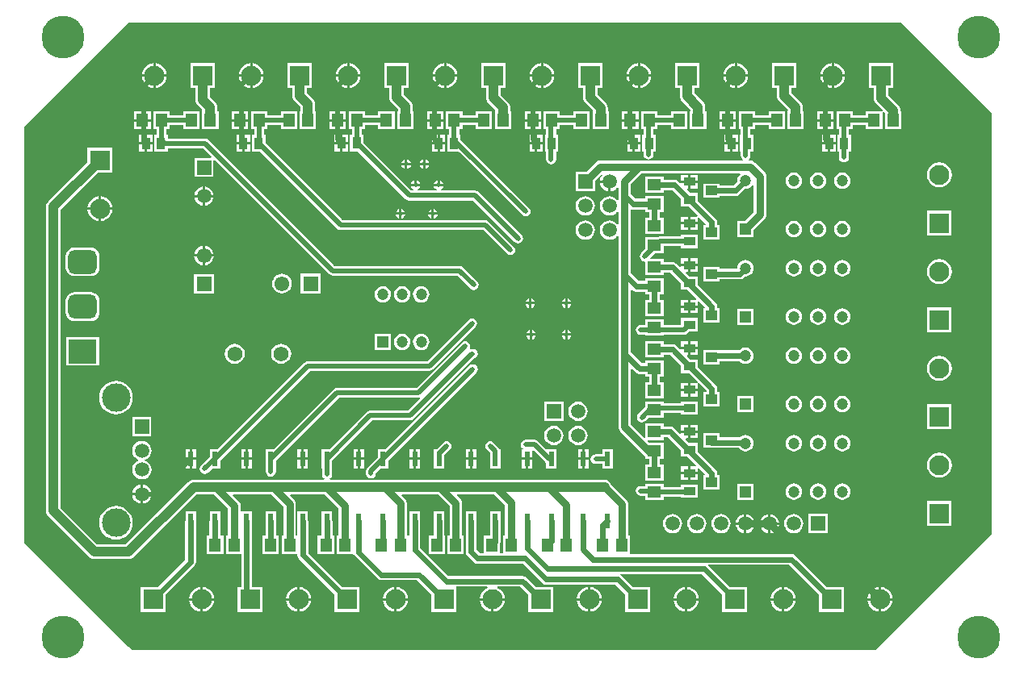
<source format=gbl>
%FSLAX25Y25*%
%MOIN*%
G70*
G01*
G75*
G04 Layer_Physical_Order=2*
G04 Layer_Color=16711680*
%ADD10R,0.33465X0.42126*%
%ADD11R,0.12205X0.04331*%
%ADD12R,0.05906X0.03937*%
%ADD13R,0.05512X0.04724*%
%ADD14R,0.05906X0.05906*%
%ADD15R,0.01969X0.07874*%
%ADD16O,0.01969X0.07874*%
%ADD17R,0.04921X0.03543*%
%ADD18R,0.03543X0.02362*%
%ADD19R,0.03937X0.05906*%
%ADD20R,0.04724X0.05512*%
%ADD21R,0.01969X0.06890*%
%ADD22O,0.01969X0.06890*%
%ADD23O,0.06890X0.01969*%
%ADD24C,0.03937*%
%ADD25C,0.01000*%
%ADD26C,0.02362*%
%ADD27C,0.03150*%
%ADD28C,0.01969*%
%ADD29C,0.01575*%
%ADD30C,0.17716*%
%ADD31R,0.08268X0.08268*%
%ADD32C,0.08268*%
%ADD33R,0.08268X0.08268*%
%ADD34R,0.06102X0.06102*%
%ADD35C,0.06102*%
%ADD36R,0.06102X0.06102*%
%ADD37C,0.05906*%
%ADD38C,0.04724*%
%ADD39R,0.04724X0.04724*%
G04:AMPARAMS|DCode=40|XSize=98.43mil|YSize=118.11mil|CornerRadius=24.61mil|HoleSize=0mil|Usage=FLASHONLY|Rotation=90.000|XOffset=0mil|YOffset=0mil|HoleType=Round|Shape=RoundedRectangle|*
%AMROUNDEDRECTD40*
21,1,0.09843,0.06890,0,0,90.0*
21,1,0.04921,0.11811,0,0,90.0*
1,1,0.04921,0.03445,0.02461*
1,1,0.04921,0.03445,-0.02461*
1,1,0.04921,-0.03445,-0.02461*
1,1,0.04921,-0.03445,0.02461*
%
%ADD40ROUNDEDRECTD40*%
%ADD41R,0.11811X0.09843*%
%ADD42C,0.11811*%
%ADD43C,0.04724*%
%ADD44R,0.04724X0.04724*%
%ADD45C,0.06200*%
%ADD46R,0.05906X0.05906*%
%ADD47C,0.01969*%
%ADD48R,0.02362X0.05906*%
%ADD49R,0.04724X0.03937*%
%ADD50R,0.04724X0.03543*%
%ADD51R,0.05118X0.03543*%
%ADD52R,0.03543X0.04921*%
G36*
X594095Y409449D02*
Y235433D01*
X550000Y191339D01*
X546457Y187795D01*
Y187402D01*
X239370D01*
X237795Y188976D01*
X194882Y231890D01*
X194882D01*
Y403937D01*
X237795Y446850D01*
X556693D01*
X594095Y409449D01*
D02*
G37*
%LPC*%
G36*
X232665Y298805D02*
X231312Y298672D01*
X230010Y298277D01*
X228810Y297636D01*
X227759Y296773D01*
X226896Y295721D01*
X226255Y294521D01*
X225860Y293220D01*
X225726Y291866D01*
X225860Y290512D01*
X226255Y289211D01*
X226896Y288011D01*
X227759Y286960D01*
X228810Y286097D01*
X230010Y285455D01*
X231312Y285061D01*
X232665Y284927D01*
X234019Y285061D01*
X235321Y285455D01*
X236520Y286097D01*
X237572Y286960D01*
X238435Y288011D01*
X239076Y289211D01*
X239471Y290512D01*
X239604Y291866D01*
X239471Y293220D01*
X239076Y294521D01*
X238435Y295721D01*
X237572Y296773D01*
X236520Y297636D01*
X235321Y298277D01*
X234019Y298672D01*
X232665Y298805D01*
D02*
G37*
G36*
X417339Y290173D02*
X409433D01*
Y282268D01*
X417339D01*
Y290173D01*
D02*
G37*
G36*
X522500Y292558D02*
X521622Y292442D01*
X520804Y292104D01*
X520102Y291565D01*
X519563Y290862D01*
X519224Y290044D01*
X519109Y289167D01*
X519224Y288289D01*
X519563Y287471D01*
X520102Y286769D01*
X520804Y286230D01*
X521622Y285891D01*
X522500Y285775D01*
X523378Y285891D01*
X524196Y286230D01*
X524898Y286769D01*
X525437Y287471D01*
X525776Y288289D01*
X525891Y289167D01*
X525776Y290044D01*
X525437Y290862D01*
X524898Y291565D01*
X524196Y292104D01*
X523378Y292442D01*
X522500Y292558D01*
D02*
G37*
G36*
X512500Y292558D02*
X511622Y292442D01*
X510804Y292104D01*
X510102Y291565D01*
X509563Y290862D01*
X509224Y290044D01*
X509109Y289167D01*
X509224Y288289D01*
X509563Y287471D01*
X510102Y286769D01*
X510804Y286230D01*
X511622Y285891D01*
X512500Y285775D01*
X513378Y285891D01*
X514196Y286230D01*
X514898Y286769D01*
X515437Y287471D01*
X515776Y288289D01*
X515891Y289167D01*
X515776Y290044D01*
X515437Y290862D01*
X514898Y291565D01*
X514196Y292104D01*
X513378Y292442D01*
X512500Y292558D01*
D02*
G37*
G36*
X532500Y292558D02*
X531622Y292442D01*
X530804Y292104D01*
X530102Y291565D01*
X529563Y290862D01*
X529224Y290044D01*
X529109Y289167D01*
X529224Y288289D01*
X529563Y287471D01*
X530102Y286769D01*
X530804Y286230D01*
X531622Y285891D01*
X532500Y285775D01*
X533378Y285891D01*
X534196Y286230D01*
X534898Y286769D01*
X535437Y287471D01*
X535776Y288289D01*
X535891Y289167D01*
X535776Y290044D01*
X535437Y290862D01*
X534898Y291565D01*
X534196Y292104D01*
X533378Y292442D01*
X532500Y292558D01*
D02*
G37*
G36*
X468843Y280620D02*
X465980D01*
Y278348D01*
X468843D01*
Y280620D01*
D02*
G37*
G36*
X247287Y283732D02*
X239382D01*
Y275827D01*
X247287D01*
Y283732D01*
D02*
G37*
G36*
X472705Y280620D02*
X469842D01*
Y278348D01*
X472705D01*
Y280620D01*
D02*
G37*
G36*
X423386Y290207D02*
X422354Y290072D01*
X421392Y289673D01*
X420567Y289040D01*
X419933Y288214D01*
X419535Y287252D01*
X419399Y286221D01*
X419535Y285189D01*
X419933Y284227D01*
X420567Y283401D01*
X421392Y282768D01*
X422354Y282369D01*
X423386Y282234D01*
X424418Y282369D01*
X425379Y282768D01*
X426205Y283401D01*
X426839Y284227D01*
X427237Y285189D01*
X427373Y286221D01*
X427237Y287252D01*
X426839Y288214D01*
X426205Y289040D01*
X425379Y289673D01*
X424418Y290072D01*
X423386Y290207D01*
D02*
G37*
G36*
X577634Y289134D02*
X567366D01*
Y278866D01*
X577634D01*
Y289134D01*
D02*
G37*
G36*
X495862Y292529D02*
X489138D01*
Y285804D01*
X495862D01*
Y292529D01*
D02*
G37*
G36*
X231134Y395134D02*
X220866D01*
Y389101D01*
X204662Y372897D01*
X204187Y372277D01*
X203975Y371766D01*
X203887Y371554D01*
X203785Y370779D01*
Y245079D01*
X203887Y244304D01*
X203975Y244092D01*
X204187Y243582D01*
X204662Y242962D01*
X221591Y226032D01*
X222212Y225557D01*
X222635Y225381D01*
X222934Y225257D01*
X223709Y225155D01*
X237882D01*
X238657Y225257D01*
X238868Y225345D01*
X239379Y225557D01*
X239999Y226032D01*
X265894Y251927D01*
X273030D01*
X278903Y246054D01*
Y234756D01*
X278138D01*
Y227244D01*
X284419D01*
Y213634D01*
X282866D01*
Y203366D01*
X293134D01*
Y213634D01*
X288867D01*
Y241000D01*
X288824Y241215D01*
Y244953D01*
X284462D01*
Y244953D01*
X284451D01*
X284097Y245306D01*
Y247130D01*
X284009Y247802D01*
X283749Y248428D01*
X283336Y248966D01*
X280837Y251465D01*
X281029Y251927D01*
X296652D01*
X301760Y246819D01*
Y234756D01*
X300995D01*
Y227244D01*
X307562D01*
Y226714D01*
X307562Y226714D01*
X307731Y225863D01*
X308213Y225142D01*
X322866Y210489D01*
Y203366D01*
X333134D01*
Y213634D01*
X326011D01*
X312010Y227635D01*
Y241000D01*
X311967Y241215D01*
Y244953D01*
X307605D01*
Y241215D01*
X307562Y241000D01*
Y234756D01*
X306954D01*
Y247895D01*
X306866Y248567D01*
X306606Y249193D01*
X306193Y249731D01*
X304460Y251465D01*
X304651Y251927D01*
X318699D01*
X324617Y246009D01*
Y234756D01*
X323852D01*
Y227244D01*
X330517D01*
X330958Y227008D01*
X331356Y226412D01*
X340640Y217128D01*
X340640Y217128D01*
X341362Y216646D01*
X341362Y216646D01*
X341362Y216646D01*
D01*
X341362Y216646D01*
X341362Y216646D01*
X342213Y216477D01*
X342213Y216477D01*
X356878D01*
X362866Y210489D01*
Y203366D01*
X373134D01*
Y213368D01*
X373134Y213368D01*
D01*
D01*
X373134Y213634D01*
D01*
X373221Y213721D01*
X385908D01*
X386005Y213231D01*
X385411Y212984D01*
X384338Y212161D01*
X383516Y211089D01*
X382998Y209840D01*
X382888Y209000D01*
X393112D01*
X393002Y209840D01*
X392484Y211089D01*
X391662Y212161D01*
X390589Y212984D01*
X389995Y213231D01*
X390092Y213721D01*
X399634D01*
X402866Y210489D01*
Y203366D01*
X413134D01*
Y213634D01*
X406011D01*
X402128Y217517D01*
X401406Y217999D01*
X400555Y218169D01*
X400555Y218169D01*
X369905D01*
X358295Y229779D01*
Y241000D01*
X358253Y241215D01*
Y244953D01*
X353890D01*
Y241215D01*
X353848Y241000D01*
Y234756D01*
X353434D01*
Y234756D01*
X352668D01*
Y248243D01*
X352580Y248916D01*
X352321Y249542D01*
X351908Y250080D01*
X350522Y251465D01*
X350714Y251927D01*
X365550D01*
X370332Y247145D01*
Y234756D01*
X369566D01*
Y227244D01*
X376291D01*
Y234756D01*
X375526D01*
Y248221D01*
X375437Y248893D01*
X375178Y249520D01*
X374765Y250057D01*
X373357Y251465D01*
X373549Y251927D01*
X388778D01*
X393189Y247516D01*
Y234756D01*
X392424D01*
Y227618D01*
X391274D01*
Y231477D01*
X391438Y232303D01*
X391438Y232303D01*
Y241000D01*
X391395Y241215D01*
Y244953D01*
X387033D01*
Y241215D01*
X386990Y241000D01*
Y234756D01*
X384549D01*
Y227618D01*
X382897D01*
X381438Y229077D01*
Y241000D01*
X381395Y241215D01*
Y244953D01*
X377033D01*
Y241215D01*
X376990Y241000D01*
Y228156D01*
X376990Y228156D01*
X377160Y227305D01*
X377642Y226583D01*
X380404Y223821D01*
X380404Y223821D01*
X380836Y223532D01*
X381125Y223339D01*
X381976Y223170D01*
X381976Y223170D01*
X400710D01*
X408720Y215160D01*
X408720Y215160D01*
X409441Y214678D01*
X409441Y214678D01*
X409441Y214678D01*
D01*
X409441Y214678D01*
X409441Y214678D01*
X410292Y214508D01*
X410292Y214508D01*
X438847D01*
X442866Y210489D01*
Y203366D01*
X453134D01*
Y213634D01*
X446011D01*
X441340Y218305D01*
X440619Y218787D01*
X440619Y218787D01*
X440619D01*
Y218787D01*
X440624Y218839D01*
X474516D01*
X482866Y210489D01*
Y203366D01*
X493134D01*
Y213634D01*
X486011D01*
X477009Y222636D01*
X477052Y222776D01*
X510579D01*
X522866Y210489D01*
Y203366D01*
X533134D01*
Y213634D01*
X526011D01*
X513072Y226572D01*
X512351Y227055D01*
X511500Y227224D01*
X511500Y227224D01*
X444862D01*
Y227244D01*
X444862D01*
Y234756D01*
X444097D01*
Y247760D01*
X444008Y248432D01*
X443932Y248616D01*
X443749Y249058D01*
X443336Y249596D01*
X437227Y255706D01*
X436932Y256418D01*
X436456Y257038D01*
X435836Y257514D01*
X435113Y257813D01*
X434339Y257915D01*
X337946D01*
X337897Y258413D01*
X337897Y258413D01*
D01*
X338656Y258564D01*
X339312Y259002D01*
X339751Y259659D01*
X339905Y260433D01*
Y260706D01*
X341837Y262638D01*
X345110D01*
Y265911D01*
X381391Y302192D01*
X381391Y302192D01*
X381391Y302192D01*
X381830Y302848D01*
X381984Y303623D01*
X381830Y304397D01*
X381391Y305053D01*
X380735Y305492D01*
X379961Y305646D01*
X379186Y305492D01*
X378530Y305053D01*
X344020Y270543D01*
X340747D01*
Y267271D01*
X336451Y262974D01*
X336013Y262318D01*
X335859Y261544D01*
Y260433D01*
X335859Y260433D01*
X335859D01*
X336013Y259659D01*
X336451Y259002D01*
X337108Y258564D01*
X337867Y258413D01*
X337818Y257915D01*
X321019D01*
X320873Y258394D01*
X321216Y258623D01*
X321655Y259279D01*
X321809Y260053D01*
Y262638D01*
X321967D01*
Y265911D01*
X338482Y282426D01*
X354054D01*
X354828Y282580D01*
X355484Y283018D01*
X380553Y308087D01*
X380735Y308123D01*
X381391Y308561D01*
X381830Y309218D01*
X381984Y309992D01*
X381830Y310766D01*
X381391Y311423D01*
X380735Y311861D01*
X379961Y312015D01*
X379779Y311979D01*
X379597Y312015D01*
X378927Y311882D01*
X378649Y312298D01*
X378727Y312415D01*
X378881Y313189D01*
X378727Y313963D01*
X378289Y314619D01*
X377632Y315058D01*
X376858Y315212D01*
X376084Y315058D01*
X375866Y314913D01*
X375428Y314619D01*
X356729Y295921D01*
X323950D01*
X323176Y295767D01*
X322519Y295328D01*
X297734Y270543D01*
X294462D01*
Y262638D01*
X294620D01*
Y261721D01*
X294520Y261221D01*
X294674Y260446D01*
X295113Y259790D01*
X295769Y259351D01*
X296543Y259197D01*
X297318Y259351D01*
X297974Y259790D01*
X298014Y259850D01*
X298073Y259889D01*
X298512Y260546D01*
X298666Y261320D01*
Y262638D01*
X298824D01*
Y265911D01*
X324788Y291875D01*
X357173D01*
X357370Y291914D01*
X357567Y291875D01*
X358035Y291968D01*
X358270Y291527D01*
X353216Y286472D01*
X337644D01*
X336870Y286318D01*
X336213Y285879D01*
X320877Y270543D01*
X317605D01*
Y262638D01*
X317763D01*
Y260053D01*
X317917Y259279D01*
X318355Y258623D01*
X318698Y258394D01*
X318553Y257915D01*
X264653D01*
X263879Y257813D01*
X263456Y257638D01*
X263157Y257514D01*
X262536Y257038D01*
X236642Y231144D01*
X224949D01*
X209774Y246319D01*
Y369539D01*
X225100Y384866D01*
X231134D01*
Y395134D01*
D02*
G37*
G36*
X572500Y309178D02*
X571160Y309002D01*
X569911Y308484D01*
X568839Y307662D01*
X568016Y306589D01*
X567498Y305340D01*
X567322Y304000D01*
X567498Y302660D01*
X568016Y301411D01*
X568839Y300339D01*
X569911Y299516D01*
X571160Y298998D01*
X572500Y298822D01*
X573840Y298998D01*
X575089Y299516D01*
X576161Y300339D01*
X576984Y301411D01*
X577502Y302660D01*
X577678Y304000D01*
X577502Y305340D01*
X576984Y306589D01*
X576161Y307662D01*
X575089Y308484D01*
X573840Y309002D01*
X572500Y309178D01*
D02*
G37*
G36*
X225819Y316921D02*
X212008D01*
Y305079D01*
X225819D01*
Y316921D01*
D02*
G37*
G36*
X522500Y312558D02*
X521622Y312442D01*
X520804Y312104D01*
X520102Y311565D01*
X519563Y310862D01*
X519224Y310044D01*
X519109Y309167D01*
X519224Y308289D01*
X519563Y307471D01*
X520102Y306769D01*
X520804Y306230D01*
X521622Y305891D01*
X522500Y305775D01*
X523378Y305891D01*
X524196Y306230D01*
X524898Y306769D01*
X525437Y307471D01*
X525776Y308289D01*
X525891Y309167D01*
X525776Y310044D01*
X525437Y310862D01*
X524898Y311565D01*
X524196Y312104D01*
X523378Y312442D01*
X522500Y312558D01*
D02*
G37*
G36*
X512500D02*
X511622Y312442D01*
X510804Y312104D01*
X510102Y311565D01*
X509563Y310862D01*
X509224Y310044D01*
X509109Y309167D01*
X509224Y308289D01*
X509563Y307471D01*
X510102Y306769D01*
X510804Y306230D01*
X511622Y305891D01*
X512500Y305775D01*
X513378Y305891D01*
X514196Y306230D01*
X514898Y306769D01*
X515437Y307471D01*
X515776Y308289D01*
X515891Y309167D01*
X515776Y310044D01*
X515437Y310862D01*
X514898Y311565D01*
X514196Y312104D01*
X513378Y312442D01*
X512500Y312558D01*
D02*
G37*
G36*
X472902Y290354D02*
X465784D01*
Y289605D01*
X458724D01*
Y290256D01*
X451213D01*
Y288042D01*
X448262Y285092D01*
X447824Y284436D01*
X447670Y283661D01*
X447824Y282887D01*
X448262Y282231D01*
X448919Y281792D01*
X449693Y281638D01*
X450467Y281792D01*
X451124Y282231D01*
X452424Y283531D01*
X458724D01*
Y285559D01*
X465784D01*
Y284810D01*
X472902D01*
Y290354D01*
D02*
G37*
G36*
X458724Y315130D02*
X451213D01*
Y308405D01*
X458724D01*
Y309544D01*
X461610D01*
X465784Y305371D01*
Y302025D01*
X469130D01*
X472762Y298392D01*
Y298065D01*
X472667Y297834D01*
X469842D01*
Y295562D01*
X472705D01*
Y297796D01*
X472718Y297802D01*
D01*
X473167Y297988D01*
X476371Y294784D01*
Y294291D01*
X475232D01*
Y288354D01*
X481957D01*
Y294291D01*
X480818D01*
Y295705D01*
X480818Y295705D01*
X480649Y296556D01*
X480167Y297277D01*
X480167Y297277D01*
X472902Y304543D01*
Y307568D01*
X469876D01*
X468401Y309043D01*
X468592Y309505D01*
X468843D01*
Y311777D01*
X465980D01*
Y312117D01*
X465518Y311926D01*
X464104Y313340D01*
X463382Y313822D01*
X462532Y313992D01*
X462531Y313992D01*
X458724D01*
Y315130D01*
D02*
G37*
G36*
X468843Y294562D02*
X465980D01*
Y292291D01*
X468843D01*
Y294562D01*
D02*
G37*
G36*
Y297834D02*
X465980D01*
Y295562D01*
X468843D01*
Y297834D01*
D02*
G37*
G36*
X472705Y294562D02*
X469842D01*
Y292291D01*
X472705D01*
Y294562D01*
D02*
G37*
G36*
X335110Y270543D02*
X333429D01*
Y267091D01*
X335110D01*
Y270543D01*
D02*
G37*
G36*
X332429D02*
X330747D01*
Y267091D01*
X332429D01*
Y270543D01*
D02*
G37*
G36*
X355571D02*
X353890D01*
Y267091D01*
X355571D01*
Y270543D01*
D02*
G37*
G36*
X378714D02*
X377033D01*
Y267091D01*
X378714D01*
Y270543D01*
D02*
G37*
G36*
X358253D02*
X356571D01*
Y267091D01*
X358253D01*
Y270543D01*
D02*
G37*
G36*
X286143D02*
X284462D01*
Y267091D01*
X286143D01*
Y270543D01*
D02*
G37*
G36*
X265681D02*
X264000D01*
Y267091D01*
X265681D01*
Y270543D01*
D02*
G37*
G36*
X288824D02*
X287143D01*
Y267091D01*
X288824D01*
Y270543D01*
D02*
G37*
G36*
X311967D02*
X310286D01*
Y267091D01*
X311967D01*
Y270543D01*
D02*
G37*
G36*
X309286D02*
X307605D01*
Y267091D01*
X309286D01*
Y270543D01*
D02*
G37*
G36*
X381395D02*
X379714D01*
Y267091D01*
X381395D01*
Y270543D01*
D02*
G37*
G36*
X405512Y274464D02*
X401803D01*
X401029Y274310D01*
X400373Y273871D01*
X399934Y273215D01*
X399780Y272441D01*
X399934Y271667D01*
X400373Y271010D01*
D01*
X400373Y271010D01*
X400373Y271010D01*
X400373Y271010D01*
X400373Y271010D01*
Y271010D01*
X400373Y271010D01*
X401026Y270543D01*
X400176D01*
Y267091D01*
X404538D01*
Y269900D01*
X405000Y270092D01*
X409932Y265160D01*
X410176Y264997D01*
Y262638D01*
X414538D01*
Y270543D01*
X410271D01*
X406942Y273871D01*
X406286Y274310D01*
X405512Y274464D01*
D02*
G37*
G36*
X532500Y276391D02*
X531622Y276276D01*
X530804Y275937D01*
X530102Y275398D01*
X529563Y274696D01*
X529224Y273878D01*
X529109Y273000D01*
X529224Y272122D01*
X529563Y271304D01*
X530102Y270602D01*
X530804Y270063D01*
X531622Y269724D01*
X532500Y269609D01*
X533378Y269724D01*
X534196Y270063D01*
X534898Y270602D01*
X535437Y271304D01*
X535776Y272122D01*
X535891Y273000D01*
X535776Y273878D01*
X535437Y274696D01*
X534898Y275398D01*
X534196Y275937D01*
X533378Y276276D01*
X532500Y276391D01*
D02*
G37*
G36*
X413386Y280207D02*
X412354Y280071D01*
X411392Y279673D01*
X410567Y279040D01*
X409933Y278214D01*
X409535Y277252D01*
X409399Y276220D01*
X409535Y275189D01*
X409933Y274227D01*
X410567Y273401D01*
X411392Y272768D01*
X412354Y272370D01*
X413386Y272234D01*
X414418Y272370D01*
X415379Y272768D01*
X416205Y273401D01*
X416839Y274227D01*
X417237Y275189D01*
X417373Y276220D01*
X417237Y277252D01*
X416839Y278214D01*
X416205Y279040D01*
X415379Y279673D01*
X414418Y280071D01*
X413386Y280207D01*
D02*
G37*
G36*
X472705Y277348D02*
X469842D01*
Y275077D01*
X472705D01*
Y277348D01*
D02*
G37*
G36*
X423386Y280207D02*
X422354Y280071D01*
X421392Y279673D01*
X420567Y279040D01*
X419933Y278214D01*
X419535Y277252D01*
X419399Y276220D01*
X419535Y275189D01*
X419933Y274227D01*
X420567Y273401D01*
X421392Y272768D01*
X422354Y272370D01*
X423386Y272234D01*
X424418Y272370D01*
X425379Y272768D01*
X426205Y273401D01*
X426839Y274227D01*
X427237Y275189D01*
X427373Y276220D01*
X427237Y277252D01*
X426839Y278214D01*
X426205Y279040D01*
X425379Y279673D01*
X424418Y280071D01*
X423386Y280207D01*
D02*
G37*
G36*
X427681Y270543D02*
X426000D01*
Y267091D01*
X427681D01*
Y270543D01*
D02*
G37*
G36*
X425000D02*
X423319D01*
Y267091D01*
X425000D01*
Y270543D01*
D02*
G37*
G36*
X512500Y276391D02*
X511622Y276276D01*
X510804Y275937D01*
X510102Y275398D01*
X509563Y274696D01*
X509224Y273878D01*
X509109Y273000D01*
X509224Y272122D01*
X509563Y271304D01*
X510102Y270602D01*
X510804Y270063D01*
X511622Y269724D01*
X512500Y269609D01*
X513378Y269724D01*
X514196Y270063D01*
X514898Y270602D01*
X515437Y271304D01*
X515776Y272122D01*
X515891Y273000D01*
X515776Y273878D01*
X515437Y274696D01*
X514898Y275398D01*
X514196Y275937D01*
X513378Y276276D01*
X512500Y276391D01*
D02*
G37*
G36*
X481957Y277077D02*
X475232D01*
Y271140D01*
X478380D01*
X478594Y271097D01*
X489722D01*
X490102Y270602D01*
X490804Y270063D01*
X491622Y269724D01*
X492500Y269609D01*
X493378Y269724D01*
X494196Y270063D01*
X494898Y270602D01*
X495437Y271304D01*
X495776Y272122D01*
X495891Y273000D01*
X495776Y273878D01*
X495437Y274696D01*
X494898Y275398D01*
X494196Y275937D01*
X493378Y276276D01*
X492500Y276391D01*
X491622Y276276D01*
X490804Y275937D01*
X490293Y275544D01*
X481957D01*
Y277077D01*
D02*
G37*
G36*
X522500Y276391D02*
X521622Y276276D01*
X520804Y275937D01*
X520102Y275398D01*
X519563Y274696D01*
X519224Y273878D01*
X519109Y273000D01*
X519224Y272122D01*
X519563Y271304D01*
X520102Y270602D01*
X520804Y270063D01*
X521622Y269724D01*
X522500Y269609D01*
X523378Y269724D01*
X524196Y270063D01*
X524898Y270602D01*
X525437Y271304D01*
X525776Y272122D01*
X525891Y273000D01*
X525776Y273878D01*
X525437Y274696D01*
X524898Y275398D01*
X524196Y275937D01*
X523378Y276276D01*
X522500Y276391D01*
D02*
G37*
G36*
X403130Y330405D02*
X401706D01*
X401761Y330131D01*
X402199Y329475D01*
X402856Y329036D01*
X403130Y328982D01*
Y330405D01*
D02*
G37*
G36*
X472705Y328991D02*
X469842D01*
Y326719D01*
X472705D01*
Y328991D01*
D02*
G37*
G36*
X405554Y330405D02*
X404130D01*
Y328982D01*
X404404Y329036D01*
X405060Y329475D01*
X405499Y330131D01*
X405554Y330405D01*
D02*
G37*
G36*
X420514D02*
X419091D01*
Y328982D01*
X419365Y329036D01*
X420021Y329475D01*
X420460Y330131D01*
X420514Y330405D01*
D02*
G37*
G36*
X418090D02*
X416667D01*
X416721Y330131D01*
X417160Y329475D01*
X417816Y329036D01*
X418090Y328982D01*
Y330405D01*
D02*
G37*
G36*
X512500Y328725D02*
X511622Y328609D01*
X510804Y328270D01*
X510102Y327731D01*
X509563Y327029D01*
X509224Y326211D01*
X509109Y325333D01*
X509224Y324456D01*
X509563Y323638D01*
X510102Y322935D01*
X510804Y322396D01*
X511622Y322058D01*
X512500Y321942D01*
X513378Y322058D01*
X514196Y322396D01*
X514898Y322935D01*
X515437Y323638D01*
X515776Y324456D01*
X515891Y325333D01*
X515776Y326211D01*
X515437Y327029D01*
X514898Y327731D01*
X514196Y328270D01*
X513378Y328609D01*
X512500Y328725D01*
D02*
G37*
G36*
X532500Y328725D02*
X531622Y328609D01*
X530804Y328270D01*
X530102Y327731D01*
X529563Y327029D01*
X529224Y326211D01*
X529109Y325333D01*
X529224Y324456D01*
X529563Y323638D01*
X530102Y322935D01*
X530804Y322396D01*
X531622Y322058D01*
X532500Y321942D01*
X533378Y322058D01*
X534196Y322396D01*
X534898Y322935D01*
X535437Y323638D01*
X535776Y324456D01*
X535891Y325333D01*
X535776Y326211D01*
X535437Y327029D01*
X534898Y327731D01*
X534196Y328270D01*
X533378Y328609D01*
X532500Y328725D01*
D02*
G37*
G36*
X495862Y328696D02*
X489138D01*
Y321971D01*
X495862D01*
Y328696D01*
D02*
G37*
G36*
X468843Y328991D02*
X465980D01*
Y326719D01*
X468843D01*
Y328991D01*
D02*
G37*
G36*
X222358Y335455D02*
X215469D01*
X214565Y335336D01*
X213723Y334987D01*
X213000Y334433D01*
X212446Y333710D01*
X212097Y332868D01*
X211978Y331965D01*
Y327043D01*
X212097Y326140D01*
X212446Y325298D01*
X213000Y324575D01*
X213723Y324021D01*
X214565Y323672D01*
X215469Y323553D01*
X222358D01*
X223262Y323672D01*
X224103Y324021D01*
X224826Y324575D01*
X225381Y325298D01*
X225730Y326140D01*
X225849Y327043D01*
Y331965D01*
X225730Y332868D01*
X225381Y333710D01*
X224826Y334433D01*
X224103Y334987D01*
X223262Y335336D01*
X222358Y335455D01*
D02*
G37*
G36*
X468843Y332263D02*
X465980D01*
Y329991D01*
X468843D01*
Y332263D01*
D02*
G37*
G36*
X419091Y332829D02*
Y331405D01*
X420514D01*
X420460Y331680D01*
X420021Y332336D01*
X419365Y332775D01*
X419091Y332829D01*
D02*
G37*
G36*
X418090D02*
X417816Y332775D01*
X417160Y332336D01*
X416721Y331680D01*
X416667Y331405D01*
X418090D01*
Y332829D01*
D02*
G37*
G36*
X273035Y342831D02*
X264933D01*
Y334728D01*
X273035D01*
Y342831D01*
D02*
G37*
G36*
X317051Y343051D02*
X308949D01*
Y334949D01*
X317051D01*
Y343051D01*
D02*
G37*
G36*
X301189Y343086D02*
X300131Y342947D01*
X299146Y342539D01*
X298300Y341889D01*
X297650Y341043D01*
X297242Y340058D01*
X297103Y339000D01*
X297242Y337942D01*
X297650Y336957D01*
X298300Y336111D01*
X299146Y335461D01*
X300131Y335053D01*
X301189Y334914D01*
X302246Y335053D01*
X303232Y335461D01*
X304078Y336111D01*
X304728Y336957D01*
X305136Y337942D01*
X305275Y339000D01*
X305136Y340058D01*
X304728Y341043D01*
X304078Y341889D01*
X303232Y342539D01*
X302246Y342947D01*
X301189Y343086D01*
D02*
G37*
G36*
X350780Y338013D02*
X349902Y337898D01*
X349084Y337559D01*
X348382Y337020D01*
X347843Y336318D01*
X347504Y335500D01*
X347388Y334622D01*
X347504Y333744D01*
X347843Y332926D01*
X348382Y332224D01*
X349084Y331685D01*
X349902Y331346D01*
X350780Y331231D01*
X351657Y331346D01*
X352475Y331685D01*
X353177Y332224D01*
X353716Y332926D01*
X354055Y333744D01*
X354171Y334622D01*
X354055Y335500D01*
X353716Y336318D01*
X353177Y337020D01*
X352475Y337559D01*
X351657Y337898D01*
X350780Y338013D01*
D02*
G37*
G36*
X342905D02*
X342028Y337898D01*
X341210Y337559D01*
X340508Y337020D01*
X339969Y336318D01*
X339630Y335500D01*
X339514Y334622D01*
X339630Y333744D01*
X339969Y332926D01*
X340508Y332224D01*
X341210Y331685D01*
X342028Y331346D01*
X342905Y331231D01*
X343783Y331346D01*
X344601Y331685D01*
X345304Y332224D01*
X345842Y332926D01*
X346181Y333744D01*
X346297Y334622D01*
X346181Y335500D01*
X345842Y336318D01*
X345304Y337020D01*
X344601Y337559D01*
X343783Y337898D01*
X342905Y338013D01*
D02*
G37*
G36*
X358653D02*
X357776Y337898D01*
X356958Y337559D01*
X356256Y337020D01*
X355717Y336318D01*
X355378Y335500D01*
X355262Y334622D01*
X355378Y333744D01*
X355717Y332926D01*
X356256Y332224D01*
X356958Y331685D01*
X357776Y331346D01*
X358653Y331231D01*
X359531Y331346D01*
X360349Y331685D01*
X361052Y332224D01*
X361590Y332926D01*
X361929Y333744D01*
X362045Y334622D01*
X361929Y335500D01*
X361590Y336318D01*
X361052Y337020D01*
X360349Y337559D01*
X359531Y337898D01*
X358653Y338013D01*
D02*
G37*
G36*
X404130Y332829D02*
Y331405D01*
X405554D01*
X405499Y331680D01*
X405060Y332336D01*
X404404Y332775D01*
X404130Y332829D01*
D02*
G37*
G36*
X403130D02*
X402856Y332775D01*
X402199Y332336D01*
X401761Y331680D01*
X401706Y331405D01*
X403130D01*
Y332829D01*
D02*
G37*
G36*
X358653Y318328D02*
X357776Y318213D01*
X356958Y317874D01*
X356256Y317335D01*
X355717Y316633D01*
X355378Y315815D01*
X355262Y314937D01*
X355378Y314059D01*
X355717Y313241D01*
X356256Y312539D01*
X356958Y312000D01*
X357776Y311661D01*
X358653Y311546D01*
X359531Y311661D01*
X360349Y312000D01*
X361052Y312539D01*
X361590Y313241D01*
X361929Y314059D01*
X362045Y314937D01*
X361929Y315815D01*
X361590Y316633D01*
X361052Y317335D01*
X360349Y317874D01*
X359531Y318213D01*
X358653Y318328D01*
D02*
G37*
G36*
X350780D02*
X349902Y318213D01*
X349084Y317874D01*
X348382Y317335D01*
X347843Y316633D01*
X347504Y315815D01*
X347388Y314937D01*
X347504Y314059D01*
X347843Y313241D01*
X348382Y312539D01*
X349084Y312000D01*
X349902Y311661D01*
X350780Y311546D01*
X351657Y311661D01*
X352475Y312000D01*
X353177Y312539D01*
X353716Y313241D01*
X354055Y314059D01*
X354171Y314937D01*
X354055Y315815D01*
X353716Y316633D01*
X353177Y317335D01*
X352475Y317874D01*
X351657Y318213D01*
X350780Y318328D01*
D02*
G37*
G36*
X346268Y318299D02*
X339543D01*
Y311575D01*
X346268D01*
Y318299D01*
D02*
G37*
G36*
X472705Y315048D02*
X469842D01*
Y312777D01*
X472705D01*
Y315048D01*
D02*
G37*
G36*
X468843D02*
X465980D01*
Y312777D01*
X468843D01*
Y315048D01*
D02*
G37*
G36*
X281661Y314175D02*
X280591Y314034D01*
X279594Y313621D01*
X278737Y312964D01*
X278080Y312107D01*
X277667Y311110D01*
X277526Y310039D01*
X277667Y308969D01*
X278080Y307972D01*
X278737Y307115D01*
X279594Y306458D01*
X280591Y306045D01*
X281661Y305904D01*
X282732Y306045D01*
X283729Y306458D01*
X284586Y307115D01*
X285243Y307972D01*
X285656Y308969D01*
X285797Y310039D01*
X285656Y311110D01*
X285243Y312107D01*
X284586Y312964D01*
X283729Y313621D01*
X282732Y314034D01*
X281661Y314175D01*
D02*
G37*
G36*
X532500Y312558D02*
X531622Y312442D01*
X530804Y312104D01*
X530102Y311565D01*
X529563Y310862D01*
X529224Y310044D01*
X529109Y309167D01*
X529224Y308289D01*
X529563Y307471D01*
X530102Y306769D01*
X530804Y306230D01*
X531622Y305891D01*
X532500Y305775D01*
X533378Y305891D01*
X534196Y306230D01*
X534898Y306769D01*
X535437Y307471D01*
X535776Y308289D01*
X535891Y309167D01*
X535776Y310044D01*
X535437Y310862D01*
X534898Y311565D01*
X534196Y312104D01*
X533378Y312442D01*
X532500Y312558D01*
D02*
G37*
G36*
X300874Y314175D02*
X299804Y314034D01*
X298806Y313621D01*
X297950Y312964D01*
X297293Y312107D01*
X296880Y311110D01*
X296739Y310039D01*
X296880Y308969D01*
X297293Y307972D01*
X297950Y307115D01*
X298806Y306458D01*
X299804Y306045D01*
X300874Y305904D01*
X301944Y306045D01*
X302942Y306458D01*
X303798Y307115D01*
X304455Y307972D01*
X304869Y308969D01*
X305009Y310039D01*
X304869Y311110D01*
X304455Y312107D01*
X303798Y312964D01*
X302942Y313621D01*
X301944Y314034D01*
X300874Y314175D01*
D02*
G37*
G36*
X492500Y312558D02*
X491622Y312442D01*
X490804Y312104D01*
X490102Y311565D01*
X489968Y311390D01*
X481957D01*
Y311505D01*
X475232D01*
Y305568D01*
X481957D01*
Y306943D01*
X489968D01*
X490102Y306769D01*
X490804Y306230D01*
X491622Y305891D01*
X492500Y305775D01*
X493378Y305891D01*
X494196Y306230D01*
X494898Y306769D01*
X495437Y307471D01*
X495776Y308289D01*
X495891Y309167D01*
X495776Y310044D01*
X495437Y310862D01*
X494898Y311565D01*
X494196Y312104D01*
X493378Y312442D01*
X492500Y312558D01*
D02*
G37*
G36*
X472705Y311777D02*
X469842D01*
Y309505D01*
X472705D01*
Y311777D01*
D02*
G37*
G36*
X403524Y317413D02*
X402100D01*
X402154Y317139D01*
X402593Y316483D01*
X403249Y316044D01*
X403524Y315990D01*
Y317413D01*
D02*
G37*
G36*
X419091Y319837D02*
Y318413D01*
X420514D01*
X420460Y318688D01*
X420021Y319344D01*
X419365Y319782D01*
X419091Y319837D01*
D02*
G37*
G36*
X418090D02*
X417816Y319782D01*
X417160Y319344D01*
X416721Y318688D01*
X416667Y318413D01*
X418090D01*
Y319837D01*
D02*
G37*
G36*
X577634Y329134D02*
X567366D01*
Y318866D01*
X577634D01*
Y329134D01*
D02*
G37*
G36*
X522500Y328725D02*
X521622Y328609D01*
X520804Y328270D01*
X520102Y327731D01*
X519563Y327029D01*
X519224Y326211D01*
X519109Y325333D01*
X519224Y324456D01*
X519563Y323638D01*
X520102Y322935D01*
X520804Y322396D01*
X521622Y322058D01*
X522500Y321942D01*
X523378Y322058D01*
X524196Y322396D01*
X524898Y322935D01*
X525437Y323638D01*
X525776Y324456D01*
X525891Y325333D01*
X525776Y326211D01*
X525437Y327029D01*
X524898Y327731D01*
X524196Y328270D01*
X523378Y328609D01*
X522500Y328725D01*
D02*
G37*
G36*
X472902Y324782D02*
X465784D01*
Y321905D01*
X458724D01*
Y324256D01*
X451213D01*
Y321905D01*
X449299D01*
X448525Y321751D01*
X447869Y321312D01*
X447430Y320656D01*
X447276Y319882D01*
X447430Y319108D01*
X447869Y318451D01*
X448525Y318013D01*
X449299Y317859D01*
X451213D01*
Y317531D01*
X458724D01*
Y317859D01*
X467214D01*
X467988Y318013D01*
X468644Y318451D01*
X469432Y319239D01*
X472902D01*
Y324782D01*
D02*
G37*
G36*
X418090Y317413D02*
X416667D01*
X416721Y317139D01*
X417160Y316483D01*
X417816Y316044D01*
X418090Y315990D01*
Y317413D01*
D02*
G37*
G36*
X405947D02*
X404524D01*
Y315990D01*
X404798Y316044D01*
X405454Y316483D01*
X405893Y317139D01*
X405947Y317413D01*
D02*
G37*
G36*
X420514D02*
X419091D01*
Y315990D01*
X419365Y316044D01*
X420021Y316483D01*
X420460Y317139D01*
X420514Y317413D01*
D02*
G37*
G36*
X404524Y319837D02*
Y318413D01*
X405947D01*
X405893Y318688D01*
X405454Y319344D01*
X404798Y319782D01*
X404524Y319837D01*
D02*
G37*
G36*
X403524D02*
X403249Y319782D01*
X402593Y319344D01*
X402154Y318688D01*
X402100Y318413D01*
X403524D01*
Y319837D01*
D02*
G37*
G36*
X263000Y270543D02*
X261319D01*
Y267091D01*
X263000D01*
Y270543D01*
D02*
G37*
G36*
X507500Y213612D02*
X506660Y213502D01*
X505411Y212984D01*
X504339Y212161D01*
X503516Y211089D01*
X502998Y209840D01*
X502888Y209000D01*
X507500D01*
Y213612D01*
D02*
G37*
G36*
X468500D02*
Y209000D01*
X473112D01*
X473002Y209840D01*
X472484Y211089D01*
X471662Y212161D01*
X470589Y212984D01*
X469340Y213502D01*
X468500Y213612D01*
D02*
G37*
G36*
X508500D02*
Y209000D01*
X513112D01*
X513002Y209840D01*
X512484Y211089D01*
X511661Y212161D01*
X510589Y212984D01*
X509340Y213502D01*
X508500Y213612D01*
D02*
G37*
G36*
X548500D02*
Y209000D01*
X553112D01*
X553002Y209840D01*
X552484Y211089D01*
X551661Y212161D01*
X550589Y212984D01*
X549340Y213502D01*
X548500Y213612D01*
D02*
G37*
G36*
X547500D02*
X546660Y213502D01*
X545411Y212984D01*
X544339Y212161D01*
X543516Y211089D01*
X542998Y209840D01*
X542888Y209000D01*
X547500D01*
Y213612D01*
D02*
G37*
G36*
X348500D02*
Y209000D01*
X353112D01*
X353002Y209840D01*
X352484Y211089D01*
X351661Y212161D01*
X350589Y212984D01*
X349340Y213502D01*
X348500Y213612D01*
D02*
G37*
G36*
X347500D02*
X346660Y213502D01*
X345411Y212984D01*
X344338Y212161D01*
X343516Y211089D01*
X342998Y209840D01*
X342888Y209000D01*
X347500D01*
Y213612D01*
D02*
G37*
G36*
X427500D02*
X426660Y213502D01*
X425411Y212984D01*
X424338Y212161D01*
X423516Y211089D01*
X422998Y209840D01*
X422888Y209000D01*
X427500D01*
Y213612D01*
D02*
G37*
G36*
X467500D02*
X466660Y213502D01*
X465411Y212984D01*
X464338Y212161D01*
X463516Y211089D01*
X462998Y209840D01*
X462888Y209000D01*
X467500D01*
Y213612D01*
D02*
G37*
G36*
X428500D02*
Y209000D01*
X433112D01*
X433002Y209840D01*
X432484Y211089D01*
X431662Y212161D01*
X430589Y212984D01*
X429340Y213502D01*
X428500Y213612D01*
D02*
G37*
G36*
X275681Y244953D02*
X271319D01*
Y241215D01*
X271276Y241000D01*
Y234756D01*
X270264D01*
Y227244D01*
X276988D01*
Y234756D01*
X275724D01*
Y241000D01*
X275681Y241215D01*
Y244953D01*
D02*
G37*
G36*
X482441Y243751D02*
X481409Y243615D01*
X480447Y243216D01*
X479622Y242583D01*
X478988Y241757D01*
X478590Y240796D01*
X478454Y239764D01*
X478590Y238732D01*
X478988Y237770D01*
X479622Y236945D01*
X480447Y236311D01*
X481409Y235913D01*
X482441Y235777D01*
X483473Y235913D01*
X484434Y236311D01*
X485260Y236945D01*
X485894Y237770D01*
X486292Y238732D01*
X486428Y239764D01*
X486292Y240796D01*
X485894Y241757D01*
X485260Y242583D01*
X484434Y243216D01*
X483473Y243615D01*
X482441Y243751D01*
D02*
G37*
G36*
X472441D02*
X471409Y243615D01*
X470447Y243216D01*
X469622Y242583D01*
X468988Y241757D01*
X468590Y240796D01*
X468454Y239764D01*
X468590Y238732D01*
X468988Y237770D01*
X469622Y236945D01*
X470447Y236311D01*
X471409Y235913D01*
X472441Y235777D01*
X473473Y235913D01*
X474434Y236311D01*
X475260Y236945D01*
X475894Y237770D01*
X476292Y238732D01*
X476428Y239764D01*
X476292Y240796D01*
X475894Y241757D01*
X475260Y242583D01*
X474434Y243216D01*
X473473Y243615D01*
X472441Y243751D01*
D02*
G37*
G36*
X512441D02*
X511409Y243615D01*
X510448Y243216D01*
X509622Y242583D01*
X508988Y241757D01*
X508590Y240796D01*
X508454Y239764D01*
X508590Y238732D01*
X508988Y237770D01*
X509622Y236945D01*
X510448Y236311D01*
X511409Y235913D01*
X512441Y235777D01*
X513473Y235913D01*
X514434Y236311D01*
X515260Y236945D01*
X515894Y237770D01*
X516292Y238732D01*
X516428Y239764D01*
X516292Y240796D01*
X515894Y241757D01*
X515260Y242583D01*
X514434Y243216D01*
X513473Y243615D01*
X512441Y243751D01*
D02*
G37*
G36*
X491941Y239264D02*
X488520D01*
X488590Y238732D01*
X488988Y237770D01*
X489622Y236945D01*
X490448Y236311D01*
X491409Y235913D01*
X491941Y235843D01*
Y239264D01*
D02*
G37*
G36*
X526394Y243717D02*
X518488D01*
Y235811D01*
X526394D01*
Y243717D01*
D02*
G37*
G36*
X321967Y244953D02*
X317605D01*
Y241215D01*
X317562Y241000D01*
Y234756D01*
X315978D01*
Y227244D01*
X322703D01*
Y234756D01*
X322009D01*
Y241000D01*
X321967Y241215D01*
Y244953D01*
D02*
G37*
G36*
X298824D02*
X294462D01*
Y241215D01*
X294419Y241000D01*
Y234756D01*
X293121D01*
Y227244D01*
X299845D01*
Y234756D01*
X298867D01*
Y241000D01*
X298824Y241215D01*
Y244953D01*
D02*
G37*
G36*
X368252D02*
X363890D01*
Y241215D01*
X363848Y241000D01*
Y234756D01*
X361692D01*
Y227244D01*
X368417D01*
Y234756D01*
X368295D01*
Y241000D01*
X368252Y241215D01*
Y244953D01*
D02*
G37*
G36*
X462441Y243751D02*
X461409Y243615D01*
X460448Y243216D01*
X459622Y242583D01*
X458988Y241757D01*
X458590Y240796D01*
X458454Y239764D01*
X458590Y238732D01*
X458988Y237770D01*
X459622Y236945D01*
X460448Y236311D01*
X461409Y235913D01*
X462441Y235777D01*
X463473Y235913D01*
X464434Y236311D01*
X465260Y236945D01*
X465894Y237770D01*
X466292Y238732D01*
X466428Y239764D01*
X466292Y240796D01*
X465894Y241757D01*
X465260Y242583D01*
X464434Y243216D01*
X463473Y243615D01*
X462441Y243751D01*
D02*
G37*
G36*
X232665Y247073D02*
X231312Y246939D01*
X230010Y246545D01*
X228810Y245903D01*
X227759Y245040D01*
X226896Y243989D01*
X226255Y242789D01*
X225860Y241488D01*
X225726Y240134D01*
X225860Y238780D01*
X226255Y237478D01*
X226896Y236279D01*
X227759Y235227D01*
X228810Y234364D01*
X230010Y233723D01*
X231312Y233328D01*
X232665Y233195D01*
X234019Y233328D01*
X235321Y233723D01*
X236520Y234364D01*
X237572Y235227D01*
X238435Y236279D01*
X239076Y237478D01*
X239471Y238780D01*
X239604Y240134D01*
X239471Y241488D01*
X239076Y242789D01*
X238435Y243989D01*
X237572Y245040D01*
X236520Y245903D01*
X235321Y246545D01*
X234019Y246939D01*
X232665Y247073D01*
D02*
G37*
G36*
X353112Y208000D02*
X348500D01*
Y203388D01*
X349340Y203498D01*
X350589Y204016D01*
X351661Y204838D01*
X352484Y205911D01*
X353002Y207160D01*
X353112Y208000D01*
D02*
G37*
G36*
X347500D02*
X342888D01*
X342998Y207160D01*
X343516Y205911D01*
X344338Y204838D01*
X345411Y204016D01*
X346660Y203498D01*
X347500Y203388D01*
Y208000D01*
D02*
G37*
G36*
X387500D02*
X382888D01*
X382998Y207160D01*
X383516Y205911D01*
X384338Y204838D01*
X385411Y204016D01*
X386660Y203498D01*
X387500Y203388D01*
Y208000D01*
D02*
G37*
G36*
X427500D02*
X422888D01*
X422998Y207160D01*
X423516Y205911D01*
X424338Y204838D01*
X425411Y204016D01*
X426660Y203498D01*
X427500Y203388D01*
Y208000D01*
D02*
G37*
G36*
X393112D02*
X388500D01*
Y203388D01*
X389340Y203498D01*
X390589Y204016D01*
X391662Y204838D01*
X392484Y205911D01*
X393002Y207160D01*
X393112Y208000D01*
D02*
G37*
G36*
X267500D02*
X262888D01*
X262998Y207160D01*
X263516Y205911D01*
X264338Y204838D01*
X265411Y204016D01*
X266660Y203498D01*
X267500Y203388D01*
Y208000D01*
D02*
G37*
G36*
X265681Y244953D02*
X261319D01*
Y241215D01*
X261276Y241000D01*
Y224921D01*
X249989Y213634D01*
X242866D01*
Y203366D01*
X253134D01*
Y210489D01*
X265072Y222428D01*
X265555Y223149D01*
X265724Y224000D01*
X265724Y224000D01*
Y241000D01*
X265681Y241215D01*
Y244953D01*
D02*
G37*
G36*
X273112Y208000D02*
X268500D01*
Y203388D01*
X269340Y203498D01*
X270589Y204016D01*
X271661Y204838D01*
X272484Y205911D01*
X273002Y207160D01*
X273112Y208000D01*
D02*
G37*
G36*
X313112D02*
X308500D01*
Y203388D01*
X309340Y203498D01*
X310589Y204016D01*
X311662Y204838D01*
X312484Y205911D01*
X313002Y207160D01*
X313112Y208000D01*
D02*
G37*
G36*
X307500D02*
X302888D01*
X302998Y207160D01*
X303516Y205911D01*
X304339Y204838D01*
X305411Y204016D01*
X306660Y203498D01*
X307500Y203388D01*
Y208000D01*
D02*
G37*
G36*
X433112D02*
X428500D01*
Y203388D01*
X429340Y203498D01*
X430589Y204016D01*
X431662Y204838D01*
X432484Y205911D01*
X433002Y207160D01*
X433112Y208000D01*
D02*
G37*
G36*
X267500Y213612D02*
X266660Y213502D01*
X265411Y212984D01*
X264338Y212161D01*
X263516Y211089D01*
X262998Y209840D01*
X262888Y209000D01*
X267500D01*
Y213612D01*
D02*
G37*
G36*
X553112Y208000D02*
X548500D01*
Y203388D01*
X549340Y203498D01*
X550589Y204016D01*
X551661Y204838D01*
X552484Y205911D01*
X553002Y207160D01*
X553112Y208000D01*
D02*
G37*
G36*
X268500Y213612D02*
Y209000D01*
X273112D01*
X273002Y209840D01*
X272484Y211089D01*
X271661Y212161D01*
X270589Y212984D01*
X269340Y213502D01*
X268500Y213612D01*
D02*
G37*
G36*
X308500D02*
Y209000D01*
X313112D01*
X313002Y209840D01*
X312484Y211089D01*
X311662Y212161D01*
X310589Y212984D01*
X309340Y213502D01*
X308500Y213612D01*
D02*
G37*
G36*
X307500D02*
X306660Y213502D01*
X305411Y212984D01*
X304339Y212161D01*
X303516Y211089D01*
X302998Y209840D01*
X302888Y209000D01*
X307500D01*
Y213612D01*
D02*
G37*
G36*
X473112Y208000D02*
X468500D01*
Y203388D01*
X469340Y203498D01*
X470589Y204016D01*
X471662Y204838D01*
X472484Y205911D01*
X473002Y207160D01*
X473112Y208000D01*
D02*
G37*
G36*
X467500D02*
X462888D01*
X462998Y207160D01*
X463516Y205911D01*
X464338Y204838D01*
X465411Y204016D01*
X466660Y203498D01*
X467500Y203388D01*
Y208000D01*
D02*
G37*
G36*
X507500D02*
X502888D01*
X502998Y207160D01*
X503516Y205911D01*
X504339Y204838D01*
X505411Y204016D01*
X506660Y203498D01*
X507500Y203388D01*
Y208000D01*
D02*
G37*
G36*
X547500D02*
X542888D01*
X542998Y207160D01*
X543516Y205911D01*
X544339Y204838D01*
X545411Y204016D01*
X546660Y203498D01*
X547500Y203388D01*
Y208000D01*
D02*
G37*
G36*
X513112D02*
X508500D01*
Y203388D01*
X509340Y203498D01*
X510589Y204016D01*
X511661Y204838D01*
X512484Y205911D01*
X513002Y207160D01*
X513112Y208000D01*
D02*
G37*
G36*
X309286Y266090D02*
X307605D01*
Y262638D01*
X309286D01*
Y266090D01*
D02*
G37*
G36*
X288824D02*
X287143D01*
Y262638D01*
X288824D01*
Y266090D01*
D02*
G37*
G36*
X311967D02*
X310286D01*
Y262638D01*
X311967D01*
Y266090D01*
D02*
G37*
G36*
X335110D02*
X333429D01*
Y262638D01*
X335110D01*
Y266090D01*
D02*
G37*
G36*
X332429D02*
X330747D01*
Y262638D01*
X332429D01*
Y266090D01*
D02*
G37*
G36*
X468843Y263405D02*
X465980D01*
Y261134D01*
X468843D01*
Y263405D01*
D02*
G37*
G36*
X379661Y324614D02*
X378887Y324460D01*
X378231Y324021D01*
X361154Y306944D01*
X311831D01*
X311056Y306790D01*
X310400Y306352D01*
X274592Y270543D01*
X271319D01*
Y267271D01*
X267881Y263832D01*
X267442Y263176D01*
X267288Y262402D01*
X267442Y261627D01*
X267881Y260971D01*
X268537Y260532D01*
X269311Y260379D01*
X270085Y260532D01*
X270742Y260971D01*
X272408Y262638D01*
X275681D01*
Y265911D01*
X312669Y302898D01*
X361992D01*
X362766Y303052D01*
X363423Y303491D01*
X381092Y321160D01*
X381531Y321816D01*
X381685Y322590D01*
X381531Y323365D01*
X381092Y324021D01*
X380436Y324460D01*
X379661Y324614D01*
D02*
G37*
G36*
X263000Y266090D02*
X261319D01*
Y262638D01*
X263000D01*
Y266090D01*
D02*
G37*
G36*
X286143D02*
X284462D01*
Y262638D01*
X286143D01*
Y266090D01*
D02*
G37*
G36*
X265681D02*
X264000D01*
Y262638D01*
X265681D01*
Y266090D01*
D02*
G37*
G36*
X355571D02*
X353890D01*
Y262638D01*
X355571D01*
Y266090D01*
D02*
G37*
G36*
X404538D02*
X402857D01*
Y262638D01*
X404538D01*
Y266090D01*
D02*
G37*
G36*
X401857D02*
X400176D01*
Y262638D01*
X401857D01*
Y266090D01*
D02*
G37*
G36*
X425000D02*
X423319D01*
Y262638D01*
X425000D01*
Y266090D01*
D02*
G37*
G36*
X437681Y270543D02*
X433319D01*
Y268498D01*
X430658D01*
X429884Y268344D01*
X429228Y267906D01*
X428789Y267250D01*
X428635Y266475D01*
X428789Y265701D01*
X429228Y265045D01*
X429884Y264606D01*
X430658Y264452D01*
X433319D01*
Y262638D01*
X437681D01*
Y270543D01*
D02*
G37*
G36*
X427681Y266090D02*
X426000D01*
Y262638D01*
X427681D01*
Y266090D01*
D02*
G37*
G36*
X369169Y273869D02*
X368395Y273715D01*
X367739Y273277D01*
X365005Y270543D01*
X363890D01*
Y262638D01*
X368252D01*
Y268069D01*
X370600Y270416D01*
X371038Y271072D01*
X371192Y271846D01*
X371038Y272620D01*
X370600Y273277D01*
X369943Y273715D01*
X369169Y273869D01*
D02*
G37*
G36*
X358253Y266090D02*
X356571D01*
Y262638D01*
X358253D01*
Y266090D01*
D02*
G37*
G36*
X378714D02*
X377033D01*
Y262638D01*
X378714D01*
Y266090D01*
D02*
G37*
G36*
X387118Y273873D02*
X386344Y273720D01*
X385687Y273281D01*
X385249Y272625D01*
X385095Y271850D01*
X385249Y271076D01*
X385687Y270420D01*
X387033Y269074D01*
Y262638D01*
X391395D01*
Y270543D01*
X391073D01*
X390645Y271185D01*
X388549Y273281D01*
X387892Y273720D01*
X387118Y273873D01*
D02*
G37*
G36*
X381395Y266090D02*
X379714D01*
Y262638D01*
X381395D01*
Y266090D01*
D02*
G37*
G36*
X501941Y243685D02*
X501409Y243615D01*
X500448Y243216D01*
X499622Y242583D01*
X498988Y241757D01*
X498590Y240796D01*
X498520Y240264D01*
X501941D01*
Y243685D01*
D02*
G37*
G36*
X492941D02*
Y240264D01*
X496362D01*
X496292Y240796D01*
X495894Y241757D01*
X495260Y242583D01*
X494434Y243216D01*
X493473Y243615D01*
X492941Y243685D01*
D02*
G37*
G36*
X502941D02*
Y240264D01*
X506362D01*
X506292Y240796D01*
X505894Y241757D01*
X505260Y242583D01*
X504434Y243216D01*
X503473Y243615D01*
X502941Y243685D01*
D02*
G37*
G36*
X247256Y251524D02*
X243835D01*
Y248103D01*
X244367Y248173D01*
X245328Y248571D01*
X246154Y249204D01*
X246787Y250030D01*
X247186Y250992D01*
X247256Y251524D01*
D02*
G37*
G36*
X242835D02*
X239414D01*
X239484Y250992D01*
X239882Y250030D01*
X240515Y249204D01*
X241341Y248571D01*
X242303Y248173D01*
X242835Y248103D01*
Y251524D01*
D02*
G37*
G36*
X501941Y239264D02*
X498520D01*
X498590Y238732D01*
X498988Y237770D01*
X499622Y236945D01*
X500448Y236311D01*
X501409Y235913D01*
X501941Y235843D01*
Y239264D01*
D02*
G37*
G36*
X496362D02*
X492941D01*
Y235843D01*
X493473Y235913D01*
X494434Y236311D01*
X495260Y236945D01*
X495894Y237770D01*
X496292Y238732D01*
X496362Y239264D01*
D02*
G37*
G36*
X506362D02*
X502941D01*
Y235843D01*
X503473Y235913D01*
X504434Y236311D01*
X505260Y236945D01*
X505894Y237770D01*
X506292Y238732D01*
X506362Y239264D01*
D02*
G37*
G36*
X491941Y243685D02*
X491409Y243615D01*
X490448Y243216D01*
X489622Y242583D01*
X488988Y241757D01*
X488590Y240796D01*
X488520Y240264D01*
X491941D01*
Y243685D01*
D02*
G37*
G36*
X577634Y249134D02*
X567366D01*
Y238866D01*
X577634D01*
Y249134D01*
D02*
G37*
G36*
X522500Y256391D02*
X521622Y256276D01*
X520804Y255937D01*
X520102Y255398D01*
X519563Y254696D01*
X519224Y253878D01*
X519109Y253000D01*
X519224Y252122D01*
X519563Y251304D01*
X520102Y250602D01*
X520804Y250063D01*
X521622Y249724D01*
X522500Y249609D01*
X523378Y249724D01*
X524196Y250063D01*
X524898Y250602D01*
X525437Y251304D01*
X525776Y252122D01*
X525891Y253000D01*
X525776Y253878D01*
X525437Y254696D01*
X524898Y255398D01*
X524196Y255937D01*
X523378Y256276D01*
X522500Y256391D01*
D02*
G37*
G36*
X468843Y260134D02*
X465980D01*
Y257862D01*
X468843D01*
Y260134D01*
D02*
G37*
G36*
X243835Y255945D02*
Y252524D01*
X247256D01*
X247186Y253056D01*
X246787Y254017D01*
X246154Y254843D01*
X245328Y255476D01*
X244367Y255875D01*
X243835Y255945D01*
D02*
G37*
G36*
X472705Y260134D02*
X469842D01*
Y257862D01*
X472705D01*
Y260134D01*
D02*
G37*
G36*
X572500Y269178D02*
X571160Y269002D01*
X569911Y268484D01*
X568839Y267661D01*
X568016Y266589D01*
X567498Y265340D01*
X567322Y264000D01*
X567498Y262660D01*
X568016Y261411D01*
X568839Y260338D01*
X569911Y259516D01*
X571160Y258998D01*
X572500Y258822D01*
X573840Y258998D01*
X575089Y259516D01*
X576161Y260338D01*
X576984Y261411D01*
X577502Y262660D01*
X577678Y264000D01*
X577502Y265340D01*
X576984Y266589D01*
X576161Y267661D01*
X575089Y268484D01*
X573840Y269002D01*
X572500Y269178D01*
D02*
G37*
G36*
X243335Y273924D02*
X242303Y273788D01*
X241341Y273390D01*
X240515Y272756D01*
X239882Y271930D01*
X239484Y270969D01*
X239348Y269937D01*
X239484Y268905D01*
X239882Y267944D01*
X240515Y267118D01*
X241341Y266484D01*
X241907Y266250D01*
Y265750D01*
X241341Y265516D01*
X240515Y264882D01*
X239882Y264056D01*
X239484Y263095D01*
X239348Y262063D01*
X239484Y261031D01*
X239882Y260070D01*
X240515Y259244D01*
X241341Y258610D01*
X242303Y258212D01*
X243335Y258076D01*
X244367Y258212D01*
X245328Y258610D01*
X246154Y259244D01*
X246787Y260070D01*
X247186Y261031D01*
X247322Y262063D01*
X247186Y263095D01*
X246787Y264056D01*
X246154Y264882D01*
X245328Y265516D01*
X244367Y265914D01*
Y266086D01*
X245328Y266484D01*
X246154Y267118D01*
X246787Y267944D01*
X247186Y268905D01*
X247322Y269937D01*
X247186Y270969D01*
X246787Y271930D01*
X246154Y272756D01*
X245328Y273390D01*
X244367Y273788D01*
X243335Y273924D01*
D02*
G37*
G36*
X512500Y256391D02*
X511622Y256276D01*
X510804Y255937D01*
X510102Y255398D01*
X509563Y254696D01*
X509224Y253878D01*
X509109Y253000D01*
X509224Y252122D01*
X509563Y251304D01*
X510102Y250602D01*
X510804Y250063D01*
X511622Y249724D01*
X512500Y249609D01*
X513378Y249724D01*
X514196Y250063D01*
X514898Y250602D01*
X515437Y251304D01*
X515776Y252122D01*
X515891Y253000D01*
X515776Y253878D01*
X515437Y254696D01*
X514898Y255398D01*
X514196Y255937D01*
X513378Y256276D01*
X512500Y256391D01*
D02*
G37*
G36*
X532500Y256391D02*
X531622Y256276D01*
X530804Y255937D01*
X530102Y255398D01*
X529563Y254696D01*
X529224Y253878D01*
X529109Y253000D01*
X529224Y252122D01*
X529563Y251304D01*
X530102Y250602D01*
X530804Y250063D01*
X531622Y249724D01*
X532500Y249609D01*
X533378Y249724D01*
X534196Y250063D01*
X534898Y250602D01*
X535437Y251304D01*
X535776Y252122D01*
X535891Y253000D01*
X535776Y253878D01*
X535437Y254696D01*
X534898Y255398D01*
X534196Y255937D01*
X533378Y256276D01*
X532500Y256391D01*
D02*
G37*
G36*
X495862Y256362D02*
X489138D01*
Y249638D01*
X495862D01*
Y256362D01*
D02*
G37*
G36*
X242835Y255945D02*
X242303Y255875D01*
X241341Y255476D01*
X240515Y254843D01*
X239882Y254017D01*
X239484Y253056D01*
X239414Y252524D01*
X242835D01*
Y255945D01*
D02*
G37*
G36*
X458724Y256256D02*
X451213D01*
Y255370D01*
X449299D01*
X448525Y255216D01*
X447869Y254777D01*
X447430Y254121D01*
X447276Y253346D01*
X447430Y252572D01*
X447869Y251916D01*
X448525Y251477D01*
X449299Y251323D01*
X451213D01*
Y249532D01*
X458724D01*
Y250871D01*
X465784D01*
Y250382D01*
X472902D01*
Y255925D01*
X465784D01*
Y254917D01*
X458724D01*
Y256256D01*
D02*
G37*
G36*
X572500Y349178D02*
X571160Y349002D01*
X569911Y348484D01*
X568839Y347661D01*
X568016Y346589D01*
X567498Y345340D01*
X567322Y344000D01*
X567498Y342660D01*
X568016Y341411D01*
X568839Y340338D01*
X569911Y339516D01*
X571160Y338998D01*
X572500Y338822D01*
X573840Y338998D01*
X575089Y339516D01*
X576161Y340338D01*
X576984Y341411D01*
X577502Y342660D01*
X577678Y344000D01*
X577502Y345340D01*
X576984Y346589D01*
X576161Y347661D01*
X575089Y348484D01*
X573840Y349002D01*
X572500Y349178D01*
D02*
G37*
G36*
X513634Y430134D02*
X503366D01*
Y419866D01*
X505506D01*
Y416587D01*
X505608Y415812D01*
X505695Y415600D01*
X505907Y415090D01*
X506383Y414469D01*
X510135Y410718D01*
X509943Y410256D01*
X509871D01*
Y402744D01*
X516596D01*
Y410256D01*
X516227D01*
Y411853D01*
X516125Y412628D01*
X516038Y412840D01*
X515826Y413350D01*
X515350Y413971D01*
X511494Y417827D01*
Y419866D01*
X513634D01*
Y430134D01*
D02*
G37*
G36*
X488588Y406000D02*
X485726D01*
Y402744D01*
X488588D01*
Y406000D01*
D02*
G37*
G36*
X524993D02*
X522130D01*
Y402744D01*
X524993D01*
Y406000D01*
D02*
G37*
G36*
X553634Y430134D02*
X543366D01*
Y419866D01*
X545506D01*
Y415563D01*
X545608Y414788D01*
X545695Y414577D01*
X545907Y414066D01*
X546383Y413446D01*
X549030Y410798D01*
X549030Y410524D01*
X548919Y410256D01*
X542264D01*
Y408523D01*
X536729D01*
Y410256D01*
X530004D01*
Y402744D01*
X531134D01*
Y400461D01*
X530527D01*
Y393539D01*
X531134D01*
Y391142D01*
X531134Y391142D01*
X531134D01*
X531288Y390368D01*
X531727Y389711D01*
X532383Y389273D01*
X533157Y389119D01*
X533932Y389273D01*
X534588Y389711D01*
X535027Y390368D01*
X535181Y391142D01*
Y393539D01*
X536071D01*
Y400461D01*
X535181D01*
Y402744D01*
X536729D01*
Y404477D01*
X542264D01*
Y402744D01*
X548988D01*
Y410187D01*
X549012Y410197D01*
D01*
X549450Y410379D01*
X550138Y409691D01*
Y402744D01*
X556862D01*
Y410256D01*
X556494D01*
Y410563D01*
X556392Y411338D01*
X556217Y411761D01*
X556093Y412060D01*
X555617Y412680D01*
X551494Y416803D01*
Y419866D01*
X553634D01*
Y430134D01*
D02*
G37*
G36*
X528855Y406000D02*
X525993D01*
Y402744D01*
X528855D01*
Y406000D01*
D02*
G37*
G36*
X444459D02*
X441597D01*
Y402744D01*
X444459D01*
Y406000D01*
D02*
G37*
G36*
X433634Y430134D02*
X423366D01*
Y419866D01*
X425506D01*
Y415878D01*
X425608Y415103D01*
X425696Y414891D01*
X425907Y414381D01*
X426383Y413761D01*
X429338Y410806D01*
X429338Y410256D01*
X429338D01*
Y402744D01*
X436062D01*
Y410256D01*
X435694D01*
Y411678D01*
X435592Y412453D01*
X435442Y412814D01*
X435293Y413175D01*
X434817Y413795D01*
X431494Y417118D01*
Y419866D01*
X433634D01*
Y430134D01*
D02*
G37*
G36*
X448321Y406000D02*
X445459D01*
Y402744D01*
X448321D01*
Y406000D01*
D02*
G37*
G36*
X484726D02*
X481864D01*
Y402744D01*
X484726D01*
Y406000D01*
D02*
G37*
G36*
X473634Y430134D02*
X463366D01*
Y419866D01*
X465506D01*
Y416429D01*
X465608Y415654D01*
X465695Y415443D01*
X465907Y414932D01*
X466383Y414312D01*
X469973Y410722D01*
Y410256D01*
X469604D01*
Y402744D01*
X476329D01*
Y410256D01*
X475961D01*
Y411963D01*
X475859Y412737D01*
X475771Y412949D01*
X475560Y413460D01*
X475084Y414080D01*
X471494Y417669D01*
Y419866D01*
X473634D01*
Y430134D01*
D02*
G37*
G36*
X243126Y410256D02*
X240264D01*
Y407000D01*
X243126D01*
Y410256D01*
D02*
G37*
G36*
X367788D02*
X364926D01*
Y407000D01*
X367788D01*
Y410256D01*
D02*
G37*
G36*
X363926D02*
X361064D01*
Y407000D01*
X363926D01*
Y410256D01*
D02*
G37*
G36*
X404193D02*
X401330D01*
Y407000D01*
X404193D01*
Y410256D01*
D02*
G37*
G36*
X444459D02*
X441597D01*
Y407000D01*
X444459D01*
Y410256D01*
D02*
G37*
G36*
X408055D02*
X405193D01*
Y407000D01*
X408055D01*
Y410256D01*
D02*
G37*
G36*
X283393D02*
X280530D01*
Y407000D01*
X283393D01*
Y410256D01*
D02*
G37*
G36*
X246988D02*
X244126D01*
Y407000D01*
X246988D01*
Y410256D01*
D02*
G37*
G36*
X287255D02*
X284393D01*
Y407000D01*
X287255D01*
Y410256D01*
D02*
G37*
G36*
X327521D02*
X324659D01*
Y407000D01*
X327521D01*
Y410256D01*
D02*
G37*
G36*
X323659D02*
X320797D01*
Y407000D01*
X323659D01*
Y410256D01*
D02*
G37*
G36*
X243126Y406000D02*
X240264D01*
Y402744D01*
X243126D01*
Y406000D01*
D02*
G37*
G36*
X328461Y400579D02*
X326189D01*
Y397618D01*
X328461D01*
Y400579D01*
D02*
G37*
G36*
X246988Y406000D02*
X244126D01*
Y402744D01*
X246988D01*
Y406000D01*
D02*
G37*
G36*
X283393D02*
X280530D01*
Y402744D01*
X283393D01*
Y406000D01*
D02*
G37*
G36*
X273634Y430134D02*
X263366D01*
Y419866D01*
X265506D01*
Y414854D01*
X265608Y414079D01*
X265696Y413868D01*
X265907Y413357D01*
X266383Y412737D01*
X268271Y410849D01*
X268271Y410256D01*
X268271D01*
Y402744D01*
X274995D01*
Y410256D01*
X274627D01*
Y411721D01*
X274525Y412496D01*
X274376Y412857D01*
X274226Y413218D01*
X273750Y413838D01*
X271494Y416094D01*
Y419866D01*
X273634D01*
Y430134D01*
D02*
G37*
G36*
X489486Y400461D02*
X487214D01*
Y397500D01*
X489486D01*
Y400461D01*
D02*
G37*
G36*
X486214D02*
X483943D01*
Y397500D01*
X486214D01*
Y400461D01*
D02*
G37*
G36*
X526500D02*
X524228D01*
Y397500D01*
X526500D01*
Y400461D01*
D02*
G37*
G36*
X325189Y400579D02*
X322918D01*
Y397618D01*
X325189D01*
Y400579D01*
D02*
G37*
G36*
X529772Y400461D02*
X527500D01*
Y397500D01*
X529772D01*
Y400461D01*
D02*
G37*
G36*
X287255Y406000D02*
X284393D01*
Y402744D01*
X287255D01*
Y406000D01*
D02*
G37*
G36*
X393634Y430134D02*
X383366D01*
Y419866D01*
X385506D01*
Y415721D01*
X385608Y414946D01*
X385696Y414734D01*
X385907Y414223D01*
X386383Y413603D01*
X389268Y410718D01*
X389077Y410256D01*
X389071D01*
Y402744D01*
X395795D01*
Y410256D01*
X395427D01*
Y411787D01*
X395325Y412562D01*
X395238Y412774D01*
X395026Y413284D01*
X394550Y413904D01*
X391494Y416961D01*
Y419866D01*
X393634D01*
Y430134D01*
D02*
G37*
G36*
X367788Y406000D02*
X364926D01*
Y402744D01*
X367788D01*
Y406000D01*
D02*
G37*
G36*
X404193D02*
X401330D01*
Y402744D01*
X404193D01*
Y406000D01*
D02*
G37*
G36*
X415929Y410256D02*
X409204D01*
Y402744D01*
X410268D01*
Y400461D01*
X409670D01*
Y393539D01*
X410268D01*
Y390354D01*
X410268Y390354D01*
X410268D01*
X410422Y389580D01*
X410861Y388924D01*
X411517Y388485D01*
X412291Y388331D01*
X413065Y388485D01*
X413722Y388924D01*
X414160Y389580D01*
X414315Y390354D01*
Y393539D01*
X415214D01*
Y400461D01*
X414315D01*
Y402744D01*
X415929D01*
Y404477D01*
X421464D01*
Y402744D01*
X428188D01*
Y410256D01*
X421464D01*
Y408523D01*
X415929D01*
Y410256D01*
D02*
G37*
G36*
X408055Y406000D02*
X405193D01*
Y402744D01*
X408055D01*
Y406000D01*
D02*
G37*
G36*
X323659D02*
X320797D01*
Y402744D01*
X323659D01*
Y406000D01*
D02*
G37*
G36*
X313634Y430134D02*
X303366D01*
Y419866D01*
X305506D01*
Y416587D01*
X305608Y415812D01*
X305696Y415600D01*
X305907Y415090D01*
X306383Y414469D01*
X308906Y411946D01*
Y410256D01*
X308538D01*
Y402744D01*
X315262D01*
Y410256D01*
X314894D01*
Y413187D01*
X314792Y413962D01*
X314617Y414385D01*
X314493Y414684D01*
X314017Y415304D01*
X311494Y417827D01*
Y419866D01*
X313634D01*
Y430134D01*
D02*
G37*
G36*
X327521Y406000D02*
X324659D01*
Y402744D01*
X327521D01*
Y406000D01*
D02*
G37*
G36*
X363926D02*
X361064D01*
Y402744D01*
X363926D01*
Y406000D01*
D02*
G37*
G36*
X353634Y430134D02*
X343366D01*
Y419866D01*
X345506D01*
Y415957D01*
X345608Y415182D01*
X345695Y414970D01*
X345907Y414460D01*
X346383Y413839D01*
X349172Y411050D01*
Y410256D01*
X348804D01*
Y402744D01*
X355529D01*
Y410256D01*
X355161D01*
Y412290D01*
X355059Y413065D01*
X354884Y413488D01*
X354760Y413787D01*
X354284Y414407D01*
X351494Y417197D01*
Y419866D01*
X353634D01*
Y430134D01*
D02*
G37*
G36*
X448321Y410256D02*
X445459D01*
Y407000D01*
X448321D01*
Y410256D01*
D02*
G37*
G36*
X369000Y430112D02*
Y425500D01*
X373612D01*
X373502Y426340D01*
X372984Y427589D01*
X372162Y428661D01*
X371089Y429484D01*
X369840Y430002D01*
X369000Y430112D01*
D02*
G37*
G36*
X368000D02*
X367160Y430002D01*
X365911Y429484D01*
X364839Y428661D01*
X364016Y427589D01*
X363498Y426340D01*
X363388Y425500D01*
X368000D01*
Y430112D01*
D02*
G37*
G36*
X408000D02*
X407160Y430002D01*
X405911Y429484D01*
X404839Y428661D01*
X404016Y427589D01*
X403498Y426340D01*
X403388Y425500D01*
X408000D01*
Y430112D01*
D02*
G37*
G36*
X248000Y430112D02*
X247160Y430002D01*
X245911Y429484D01*
X244839Y428661D01*
X244016Y427589D01*
X243498Y426340D01*
X243388Y425500D01*
X248000D01*
Y430112D01*
D02*
G37*
G36*
X409000Y430112D02*
Y425500D01*
X413612D01*
X413502Y426340D01*
X412984Y427589D01*
X412161Y428661D01*
X411089Y429484D01*
X409840Y430002D01*
X409000Y430112D01*
D02*
G37*
G36*
X488000Y424500D02*
X483388D01*
X483498Y423660D01*
X484016Y422411D01*
X484838Y421339D01*
X485911Y420516D01*
X487160Y419998D01*
X488000Y419888D01*
Y424500D01*
D02*
G37*
G36*
X453612D02*
X449000D01*
Y419888D01*
X449840Y419998D01*
X451089Y420516D01*
X452162Y421339D01*
X452984Y422411D01*
X453502Y423660D01*
X453612Y424500D01*
D02*
G37*
G36*
X493612D02*
X489000D01*
Y419888D01*
X489840Y419998D01*
X491089Y420516D01*
X492162Y421339D01*
X492984Y422411D01*
X493502Y423660D01*
X493612Y424500D01*
D02*
G37*
G36*
X533612D02*
X529000D01*
Y419888D01*
X529840Y419998D01*
X531089Y420516D01*
X532162Y421339D01*
X532984Y422411D01*
X533502Y423660D01*
X533612Y424500D01*
D02*
G37*
G36*
X528000D02*
X523388D01*
X523498Y423660D01*
X524016Y422411D01*
X524838Y421339D01*
X525911Y420516D01*
X527160Y419998D01*
X528000Y419888D01*
Y424500D01*
D02*
G37*
G36*
X249000Y430112D02*
Y425500D01*
X253612D01*
X253502Y426340D01*
X252984Y427589D01*
X252162Y428661D01*
X251089Y429484D01*
X249840Y430002D01*
X249000Y430112D01*
D02*
G37*
G36*
X488000D02*
X487160Y430002D01*
X485911Y429484D01*
X484838Y428661D01*
X484016Y427589D01*
X483498Y426340D01*
X483388Y425500D01*
X488000D01*
Y430112D01*
D02*
G37*
G36*
X449000D02*
Y425500D01*
X453612D01*
X453502Y426340D01*
X452984Y427589D01*
X452162Y428661D01*
X451089Y429484D01*
X449840Y430002D01*
X449000Y430112D01*
D02*
G37*
G36*
X489000D02*
Y425500D01*
X493612D01*
X493502Y426340D01*
X492984Y427589D01*
X492162Y428661D01*
X491089Y429484D01*
X489840Y430002D01*
X489000Y430112D01*
D02*
G37*
G36*
X529000D02*
Y425500D01*
X533612D01*
X533502Y426340D01*
X532984Y427589D01*
X532162Y428661D01*
X531089Y429484D01*
X529840Y430002D01*
X529000Y430112D01*
D02*
G37*
G36*
X528000D02*
X527160Y430002D01*
X525911Y429484D01*
X524838Y428661D01*
X524016Y427589D01*
X523498Y426340D01*
X523388Y425500D01*
X528000D01*
Y430112D01*
D02*
G37*
G36*
X289000D02*
Y425500D01*
X293612D01*
X293502Y426340D01*
X292984Y427589D01*
X292161Y428661D01*
X291089Y429484D01*
X289840Y430002D01*
X289000Y430112D01*
D02*
G37*
G36*
X288000D02*
X287160Y430002D01*
X285911Y429484D01*
X284839Y428661D01*
X284016Y427589D01*
X283498Y426340D01*
X283388Y425500D01*
X288000D01*
Y430112D01*
D02*
G37*
G36*
X328000D02*
X327160Y430002D01*
X325911Y429484D01*
X324838Y428661D01*
X324016Y427589D01*
X323498Y426340D01*
X323388Y425500D01*
X328000D01*
Y430112D01*
D02*
G37*
G36*
X448000D02*
X447160Y430002D01*
X445911Y429484D01*
X444838Y428661D01*
X444016Y427589D01*
X443498Y426340D01*
X443388Y425500D01*
X448000D01*
Y430112D01*
D02*
G37*
G36*
X329000D02*
Y425500D01*
X333612D01*
X333502Y426340D01*
X332984Y427589D01*
X332161Y428661D01*
X331089Y429484D01*
X329840Y430002D01*
X329000Y430112D01*
D02*
G37*
G36*
X347655Y410256D02*
X340930D01*
Y408523D01*
X335396D01*
Y410256D01*
X328671D01*
Y402744D01*
X330010D01*
Y400579D01*
X329217D01*
Y393657D01*
X332588D01*
X352283Y373963D01*
X352939Y373525D01*
X353713Y373371D01*
X380099D01*
X397223Y356247D01*
X397879Y355808D01*
X398654Y355654D01*
X399428Y355808D01*
X400084Y356247D01*
X400523Y356903D01*
X400677Y357677D01*
X400523Y358451D01*
X400084Y359108D01*
X382367Y376824D01*
X381711Y377263D01*
X380937Y377417D01*
X366814D01*
X366669Y377895D01*
X367265Y378294D01*
X367704Y378950D01*
X367758Y379224D01*
X363911D01*
X363966Y378950D01*
X364404Y378294D01*
X365001Y377895D01*
X364855Y377417D01*
X357365D01*
X357220Y377895D01*
X357816Y378294D01*
X358255Y378950D01*
X358310Y379224D01*
X354462D01*
X354517Y378950D01*
X354955Y378294D01*
X355552Y377895D01*
X355407Y377417D01*
X354551D01*
X334760Y397208D01*
Y400579D01*
X334056D01*
Y402744D01*
X335396D01*
Y404477D01*
X340930D01*
Y402744D01*
X347655D01*
Y410256D01*
D02*
G37*
G36*
X307388D02*
X300664D01*
Y408523D01*
X295129D01*
Y410256D01*
X288404D01*
Y402744D01*
X289743D01*
Y400461D01*
X288813D01*
Y393539D01*
X292184D01*
X323965Y361758D01*
X323965D01*
X323965Y361758D01*
X323965D01*
X323965Y361758D01*
Y361758D01*
X323965Y361758D01*
Y361758D01*
X324622Y361320D01*
X325396Y361166D01*
X384288D01*
X394073Y351380D01*
X394730Y350942D01*
X395504Y350788D01*
X396278Y350942D01*
X396935Y351380D01*
X397373Y352037D01*
X397527Y352811D01*
X397373Y353585D01*
X396935Y354242D01*
X386557Y364619D01*
X385900Y365058D01*
X385126Y365212D01*
X326234D01*
X294357Y397090D01*
Y400461D01*
X293790D01*
Y402744D01*
X295129D01*
Y404477D01*
X300664D01*
Y402744D01*
X307388D01*
Y410256D01*
D02*
G37*
G36*
X387922D02*
X381197D01*
Y408523D01*
X375662D01*
Y410256D01*
X368938D01*
Y402744D01*
X370277D01*
Y400461D01*
X369385D01*
Y393539D01*
X374245D01*
X400373Y367412D01*
X400811Y367119D01*
X401029Y366973D01*
X401803Y366819D01*
X402577Y366973D01*
X403234Y367412D01*
X403672Y368068D01*
X403826Y368843D01*
X403672Y369617D01*
X403527Y369834D01*
X403234Y370273D01*
X374928Y398579D01*
Y400461D01*
X374323D01*
Y402744D01*
X375662D01*
Y404477D01*
X381197D01*
Y402744D01*
X387922D01*
Y410256D01*
D02*
G37*
G36*
X508721D02*
X501997D01*
Y408523D01*
X496462D01*
Y410256D01*
X489738D01*
Y402744D01*
X490583D01*
Y400461D01*
X490242D01*
Y393539D01*
X490583D01*
Y391929D01*
X490583Y391929D01*
X490583D01*
X490737Y391155D01*
X491176Y390499D01*
X491503Y390280D01*
X491357Y389802D01*
X432480D01*
X431808Y389713D01*
X431182Y389454D01*
X430644Y389041D01*
X426658Y385055D01*
X422425D01*
Y377150D01*
X430331D01*
Y381382D01*
X433128Y384180D01*
X433504Y383850D01*
X432925Y383096D01*
X432527Y382134D01*
X432457Y381602D01*
X436379D01*
Y381103D01*
X436878D01*
Y377181D01*
X437410Y377251D01*
X438371Y377650D01*
X439197Y378283D01*
X439536Y378725D01*
X440009Y378564D01*
Y375394D01*
Y373641D01*
X439536Y373480D01*
X439197Y373921D01*
X438371Y374555D01*
X437410Y374953D01*
X436378Y375089D01*
X435346Y374953D01*
X434384Y374555D01*
X433559Y373921D01*
X432925Y373096D01*
X432527Y372134D01*
X432391Y371102D01*
X432527Y370071D01*
X432925Y369109D01*
X433559Y368283D01*
X434384Y367650D01*
X435346Y367251D01*
X436378Y367115D01*
X437410Y367251D01*
X438371Y367650D01*
X439197Y368283D01*
X439536Y368725D01*
X440009Y368564D01*
Y363641D01*
X439536Y363480D01*
X439197Y363921D01*
X438371Y364555D01*
X437410Y364953D01*
X436378Y365089D01*
X435346Y364953D01*
X434384Y364555D01*
X433559Y363921D01*
X432925Y363096D01*
X432527Y362134D01*
X432391Y361102D01*
X432527Y360070D01*
X432925Y359109D01*
X433559Y358283D01*
X434384Y357650D01*
X435346Y357251D01*
X436378Y357116D01*
X437410Y357251D01*
X438371Y357650D01*
X439197Y358283D01*
X439536Y358725D01*
X440009Y358564D01*
Y342717D01*
Y310039D01*
Y279724D01*
X440009Y279724D01*
X440009D01*
X440098Y279052D01*
X440357Y278426D01*
X440770Y277888D01*
X451006Y267652D01*
X451213Y267493D01*
Y266492D01*
X452745D01*
Y264130D01*
X451213D01*
Y257405D01*
X458724D01*
Y264130D01*
X457192D01*
Y266492D01*
X458724D01*
Y273217D01*
X452787D01*
X452099Y273904D01*
X452291Y274366D01*
X458724D01*
Y275504D01*
X460610D01*
X465784Y270331D01*
Y267596D01*
X468519D01*
X472247Y263867D01*
X472056Y263405D01*
X469842D01*
Y261134D01*
X472705D01*
Y262757D01*
X473167Y262948D01*
X475791Y260324D01*
X475599Y259862D01*
X475232D01*
Y253925D01*
X481957D01*
Y259862D01*
X480818D01*
Y260665D01*
X480818Y260665D01*
X480649Y261516D01*
X480167Y262238D01*
X472902Y269503D01*
Y273140D01*
X469265D01*
X467790Y274615D01*
X467982Y275077D01*
X468843D01*
Y277348D01*
X465980D01*
Y277078D01*
X465518Y276887D01*
X463104Y279301D01*
X462383Y279783D01*
X461531Y279952D01*
X461531Y279952D01*
X458724D01*
Y281090D01*
X451213D01*
Y275444D01*
X450751Y275253D01*
X445203Y280800D01*
Y303644D01*
X445665Y303835D01*
X447180Y302321D01*
X447901Y301839D01*
X448752Y301670D01*
X448752Y301670D01*
X451213D01*
Y300532D01*
X452745D01*
Y298130D01*
X451213D01*
Y291406D01*
X458724D01*
Y298130D01*
X457192D01*
Y300532D01*
X458724D01*
Y307256D01*
X451213D01*
Y306118D01*
X449673D01*
X445203Y310587D01*
Y336321D01*
X445665Y336513D01*
X445857Y336321D01*
X445857Y336321D01*
X446578Y335839D01*
X446578Y335839D01*
X446578Y335839D01*
D01*
X446578Y335839D01*
X446578Y335839D01*
X447429Y335670D01*
X447429Y335670D01*
X451213D01*
Y334531D01*
X452745D01*
Y332130D01*
X451213D01*
Y325406D01*
X458724D01*
Y332130D01*
X457192D01*
Y334531D01*
X458724D01*
Y341256D01*
X451213D01*
Y340118D01*
X448350D01*
X445203Y343265D01*
Y369455D01*
X445590Y369773D01*
X446106Y369670D01*
X446106Y369670D01*
X451213D01*
Y368531D01*
X452745D01*
Y366130D01*
X451213D01*
Y359405D01*
X458724D01*
Y366130D01*
X457192D01*
Y368531D01*
X458724D01*
Y375256D01*
X451213D01*
Y374117D01*
X447027D01*
X445203Y375942D01*
Y380223D01*
X449587Y384608D01*
X490249D01*
X490410Y384134D01*
X490102Y383898D01*
X489563Y383196D01*
X489224Y382378D01*
X489109Y381500D01*
X489137Y381282D01*
X487472Y379618D01*
X481957D01*
Y380362D01*
X475232D01*
Y374425D01*
X481957D01*
Y375170D01*
X488394D01*
X488394Y375170D01*
X489245Y375339D01*
X489966Y375821D01*
X492282Y378137D01*
X492500Y378109D01*
X493378Y378224D01*
X494196Y378563D01*
X494898Y379102D01*
X495437Y379804D01*
X495915Y379606D01*
Y368587D01*
X492190Y364862D01*
X489138D01*
Y358138D01*
X495862D01*
Y361189D01*
X500348Y365675D01*
X500761Y366213D01*
X501020Y366840D01*
X501109Y367512D01*
X501109Y367512D01*
X501109Y367512D01*
Y367512D01*
Y383268D01*
X501020Y383940D01*
X500761Y384566D01*
X500348Y385104D01*
X496411Y389041D01*
X495873Y389454D01*
X495247Y389713D01*
X494575Y389802D01*
X493855D01*
X493710Y390280D01*
X494037Y390499D01*
X494475Y391155D01*
X494629Y391929D01*
Y393539D01*
X495785D01*
Y400461D01*
X494629D01*
Y402744D01*
X496462D01*
Y404477D01*
X501997D01*
Y402744D01*
X508721D01*
Y410256D01*
D02*
G37*
G36*
X468455D02*
X461730D01*
Y408523D01*
X456195D01*
Y410256D01*
X449471D01*
Y402744D01*
X450426D01*
Y400461D01*
X449956D01*
Y393539D01*
X450426D01*
Y392323D01*
X450580Y391549D01*
X451018Y390892D01*
X451675Y390454D01*
X452449Y390300D01*
X453223Y390454D01*
X453879Y390892D01*
X454318Y391549D01*
X454472Y392323D01*
X454472Y392323D01*
X454472Y392323D01*
Y392323D01*
Y393539D01*
X455499D01*
Y400461D01*
X454472D01*
Y402744D01*
X456195D01*
Y404477D01*
X461730D01*
Y402744D01*
X468455D01*
Y410256D01*
D02*
G37*
G36*
X488588D02*
X485726D01*
Y407000D01*
X488588D01*
Y410256D01*
D02*
G37*
G36*
X484726D02*
X481864D01*
Y407000D01*
X484726D01*
Y410256D01*
D02*
G37*
G36*
X524993D02*
X522130D01*
Y407000D01*
X524993D01*
Y410256D01*
D02*
G37*
G36*
X267122D02*
X260397D01*
Y408523D01*
X254862D01*
Y410256D01*
X248138D01*
Y402744D01*
X249477D01*
Y400461D01*
X248528D01*
Y393539D01*
X254071D01*
Y394977D01*
X268587D01*
X272149Y391415D01*
X271958Y390953D01*
X265047D01*
Y383047D01*
X272953D01*
Y389958D01*
X273415Y390149D01*
X320703Y342861D01*
X321360Y342422D01*
X322134Y342268D01*
X373658D01*
X378971Y336955D01*
X378971Y336955D01*
X378971D01*
X378971Y336955D01*
X378971D01*
X378971Y336955D01*
Y336955D01*
Y336955D01*
D01*
D01*
X378971D01*
Y336955D01*
X379627Y336517D01*
X380402Y336363D01*
X381176Y336517D01*
X381832Y336955D01*
X382271Y337612D01*
X382425Y338386D01*
X382271Y339160D01*
X381832Y339816D01*
X375927Y345722D01*
X375270Y346161D01*
X374496Y346315D01*
X322972D01*
X270856Y398431D01*
X270199Y398869D01*
X269425Y399023D01*
X254071D01*
Y400461D01*
X253523D01*
Y402744D01*
X254862D01*
Y404477D01*
X260397D01*
Y402744D01*
X267122D01*
Y410256D01*
D02*
G37*
G36*
X528855D02*
X525993D01*
Y407000D01*
X528855D01*
Y410256D01*
D02*
G37*
G36*
X368000Y424500D02*
X363388D01*
X363498Y423660D01*
X364016Y422411D01*
X364839Y421339D01*
X365911Y420516D01*
X367160Y419998D01*
X368000Y419888D01*
Y424500D01*
D02*
G37*
G36*
X293612Y424500D02*
X289000D01*
Y419888D01*
X289840Y419998D01*
X291089Y420516D01*
X292161Y421339D01*
X292984Y422411D01*
X293502Y423660D01*
X293612Y424500D01*
D02*
G37*
G36*
X288000D02*
X283388D01*
X283498Y423660D01*
X284016Y422411D01*
X284839Y421339D01*
X285911Y420516D01*
X287160Y419998D01*
X288000Y419888D01*
Y424500D01*
D02*
G37*
G36*
X328000D02*
X323388D01*
X323498Y423660D01*
X324016Y422411D01*
X324838Y421339D01*
X325911Y420516D01*
X327160Y419998D01*
X328000Y419888D01*
Y424500D01*
D02*
G37*
G36*
X448000D02*
X443388D01*
X443498Y423660D01*
X444016Y422411D01*
X444838Y421339D01*
X445911Y420516D01*
X447160Y419998D01*
X448000Y419888D01*
Y424500D01*
D02*
G37*
G36*
X333612D02*
X329000D01*
Y419888D01*
X329840Y419998D01*
X331089Y420516D01*
X332161Y421339D01*
X332984Y422411D01*
X333502Y423660D01*
X333612Y424500D01*
D02*
G37*
G36*
X408000Y424500D02*
X403388D01*
X403498Y423660D01*
X404016Y422411D01*
X404839Y421339D01*
X405911Y420516D01*
X407160Y419998D01*
X408000Y419888D01*
Y424500D01*
D02*
G37*
G36*
X373612D02*
X369000D01*
Y419888D01*
X369840Y419998D01*
X371089Y420516D01*
X372162Y421339D01*
X372984Y422411D01*
X373502Y423660D01*
X373612Y424500D01*
D02*
G37*
G36*
X413612D02*
X409000D01*
Y419888D01*
X409840Y419998D01*
X411089Y420516D01*
X412161Y421339D01*
X412984Y422411D01*
X413502Y423660D01*
X413612Y424500D01*
D02*
G37*
G36*
X253612Y424500D02*
X249000D01*
Y419888D01*
X249840Y419998D01*
X251089Y420516D01*
X252162Y421339D01*
X252984Y422411D01*
X253502Y423660D01*
X253612Y424500D01*
D02*
G37*
G36*
X248000D02*
X243388D01*
X243498Y423660D01*
X244016Y422411D01*
X244839Y421339D01*
X245911Y420516D01*
X247160Y419998D01*
X248000Y419888D01*
Y424500D01*
D02*
G37*
G36*
X458724Y383130D02*
X451213D01*
Y376406D01*
X458724D01*
Y377544D01*
X462307D01*
X465784Y374068D01*
Y370882D01*
X468969D01*
X472698Y367153D01*
X472616Y366956D01*
X472616D01*
X472507Y366691D01*
X469842D01*
Y364420D01*
X472705D01*
Y366493D01*
X472970Y366603D01*
Y366603D01*
X473167Y366684D01*
X476241Y363610D01*
X476050Y363148D01*
X475232D01*
Y357211D01*
X481957D01*
Y363148D01*
X480818D01*
Y364402D01*
X480818Y364402D01*
X480649Y365253D01*
X480456Y365542D01*
X480167Y365974D01*
X480167Y365974D01*
X472902Y373239D01*
Y376425D01*
X469716D01*
X468241Y377900D01*
X468432Y378362D01*
X468843D01*
Y380634D01*
X465980D01*
Y380814D01*
X465518Y380623D01*
X464801Y381340D01*
X464079Y381822D01*
X463228Y381992D01*
X463228Y381992D01*
X458724D01*
Y383130D01*
D02*
G37*
G36*
X365396Y367413D02*
X363972D01*
Y365990D01*
X364247Y366044D01*
X364903Y366483D01*
X365342Y367139D01*
X365396Y367413D01*
D02*
G37*
G36*
X426378Y375089D02*
X425346Y374953D01*
X424384Y374555D01*
X423559Y373921D01*
X422925Y373096D01*
X422527Y372134D01*
X422391Y371102D01*
X422527Y370071D01*
X422925Y369109D01*
X423559Y368283D01*
X424384Y367650D01*
X425346Y367251D01*
X426378Y367115D01*
X427410Y367251D01*
X428371Y367650D01*
X429197Y368283D01*
X429831Y369109D01*
X430229Y370071D01*
X430365Y371102D01*
X430229Y372134D01*
X429831Y373096D01*
X429197Y373921D01*
X428371Y374555D01*
X427410Y374953D01*
X426378Y375089D01*
D02*
G37*
G36*
X350587Y369837D02*
Y368413D01*
X352010D01*
X351956Y368688D01*
X351517Y369344D01*
X350861Y369782D01*
X350587Y369837D01*
D02*
G37*
G36*
X349587D02*
X349312Y369782D01*
X348656Y369344D01*
X348218Y368688D01*
X348163Y368413D01*
X349587D01*
Y369837D01*
D02*
G37*
G36*
X231112Y369500D02*
X226500D01*
Y364888D01*
X227340Y364998D01*
X228589Y365516D01*
X229661Y366338D01*
X230484Y367411D01*
X231002Y368660D01*
X231112Y369500D01*
D02*
G37*
G36*
X225500D02*
X220888D01*
X220998Y368660D01*
X221516Y367411D01*
X222339Y366338D01*
X223411Y365516D01*
X224660Y364998D01*
X225500Y364888D01*
Y369500D01*
D02*
G37*
G36*
X349587Y367413D02*
X348163D01*
X348218Y367139D01*
X348656Y366483D01*
X349312Y366044D01*
X349587Y365990D01*
Y367413D01*
D02*
G37*
G36*
X362972D02*
X361549D01*
X361603Y367139D01*
X362042Y366483D01*
X362698Y366044D01*
X362972Y365990D01*
Y367413D01*
D02*
G37*
G36*
X352010D02*
X350587D01*
Y365990D01*
X350861Y366044D01*
X351517Y366483D01*
X351956Y367139D01*
X352010Y367413D01*
D02*
G37*
G36*
X362972Y369837D02*
X362698Y369782D01*
X362042Y369344D01*
X361603Y368688D01*
X361549Y368413D01*
X362972D01*
Y369837D01*
D02*
G37*
G36*
X269500Y379110D02*
Y375689D01*
X272921D01*
X272851Y376221D01*
X272453Y377182D01*
X271819Y378008D01*
X270993Y378642D01*
X270032Y379040D01*
X269500Y379110D01*
D02*
G37*
G36*
X268500D02*
X267968Y379040D01*
X267007Y378642D01*
X266181Y378008D01*
X265547Y377182D01*
X265149Y376221D01*
X265079Y375689D01*
X268500D01*
Y379110D01*
D02*
G37*
G36*
X435878Y380602D02*
X432457D01*
X432527Y380070D01*
X432925Y379109D01*
X433559Y378283D01*
X434384Y377650D01*
X435346Y377251D01*
X435878Y377181D01*
Y380602D01*
D02*
G37*
G36*
X522500Y384891D02*
X521622Y384776D01*
X520804Y384437D01*
X520102Y383898D01*
X519563Y383196D01*
X519224Y382378D01*
X519109Y381500D01*
X519224Y380622D01*
X519563Y379804D01*
X520102Y379102D01*
X520804Y378563D01*
X521622Y378224D01*
X522500Y378109D01*
X523378Y378224D01*
X524196Y378563D01*
X524898Y379102D01*
X525437Y379804D01*
X525776Y380622D01*
X525891Y381500D01*
X525776Y382378D01*
X525437Y383196D01*
X524898Y383898D01*
X524196Y384437D01*
X523378Y384776D01*
X522500Y384891D01*
D02*
G37*
G36*
X512500D02*
X511622Y384776D01*
X510804Y384437D01*
X510102Y383898D01*
X509563Y383196D01*
X509224Y382378D01*
X509109Y381500D01*
X509224Y380622D01*
X509563Y379804D01*
X510102Y379102D01*
X510804Y378563D01*
X511622Y378224D01*
X512500Y378109D01*
X513378Y378224D01*
X514196Y378563D01*
X514898Y379102D01*
X515437Y379804D01*
X515776Y380622D01*
X515891Y381500D01*
X515776Y382378D01*
X515437Y383196D01*
X514898Y383898D01*
X514196Y384437D01*
X513378Y384776D01*
X512500Y384891D01*
D02*
G37*
G36*
X225500Y375112D02*
X224660Y375002D01*
X223411Y374484D01*
X222339Y373661D01*
X221516Y372589D01*
X220998Y371340D01*
X220888Y370500D01*
X225500D01*
Y375112D01*
D02*
G37*
G36*
X363972Y369837D02*
Y368413D01*
X365396D01*
X365342Y368688D01*
X364903Y369344D01*
X364247Y369782D01*
X363972Y369837D01*
D02*
G37*
G36*
X226500Y375112D02*
Y370500D01*
X231112D01*
X231002Y371340D01*
X230484Y372589D01*
X229661Y373661D01*
X228589Y374484D01*
X227340Y375002D01*
X226500Y375112D01*
D02*
G37*
G36*
X272921Y374689D02*
X269500D01*
Y371268D01*
X270032Y371338D01*
X270993Y371736D01*
X271819Y372370D01*
X272453Y373196D01*
X272851Y374157D01*
X272921Y374689D01*
D02*
G37*
G36*
X268500D02*
X265079D01*
X265149Y374157D01*
X265547Y373196D01*
X266181Y372370D01*
X267007Y371736D01*
X267968Y371338D01*
X268500Y371268D01*
Y374689D01*
D02*
G37*
G36*
X268484Y350091D02*
X264964D01*
X265037Y349533D01*
X265446Y348548D01*
X266095Y347701D01*
X266941Y347052D01*
X267927Y346644D01*
X268484Y346570D01*
Y350091D01*
D02*
G37*
G36*
X492500Y348725D02*
X491622Y348609D01*
X490804Y348270D01*
X490102Y347731D01*
X489563Y347029D01*
X489224Y346211D01*
X489109Y345333D01*
X488982Y345189D01*
X481957D01*
Y345934D01*
X475232D01*
Y339997D01*
X481957D01*
Y340741D01*
X490132D01*
X490132Y340741D01*
X490983Y340911D01*
X491704Y341393D01*
X492282Y341971D01*
X492500Y341942D01*
X493378Y342058D01*
X494196Y342396D01*
X494898Y342935D01*
X495437Y343638D01*
X495776Y344456D01*
X495891Y345333D01*
X495776Y346211D01*
X495437Y347029D01*
X494898Y347731D01*
X494196Y348270D01*
X493378Y348609D01*
X492500Y348725D01*
D02*
G37*
G36*
X273005Y350091D02*
X269484D01*
Y346570D01*
X270042Y346644D01*
X271027Y347052D01*
X271874Y347701D01*
X272523Y348548D01*
X272931Y349533D01*
X273005Y350091D01*
D02*
G37*
G36*
X472705Y349477D02*
X469842D01*
Y347205D01*
X472705D01*
Y349477D01*
D02*
G37*
G36*
X468843D02*
X465980D01*
Y347205D01*
X468843D01*
Y349477D01*
D02*
G37*
G36*
X522500Y348725D02*
X521622Y348609D01*
X520804Y348270D01*
X520102Y347731D01*
X519563Y347029D01*
X519224Y346211D01*
X519109Y345333D01*
X519224Y344456D01*
X519563Y343638D01*
X520102Y342935D01*
X520804Y342396D01*
X521622Y342058D01*
X522500Y341942D01*
X523378Y342058D01*
X524196Y342396D01*
X524898Y342935D01*
X525437Y343638D01*
X525776Y344456D01*
X525891Y345333D01*
X525776Y346211D01*
X525437Y347029D01*
X524898Y347731D01*
X524196Y348270D01*
X523378Y348609D01*
X522500Y348725D01*
D02*
G37*
G36*
X512500D02*
X511622Y348609D01*
X510804Y348270D01*
X510102Y347731D01*
X509563Y347029D01*
X509224Y346211D01*
X509109Y345333D01*
X509224Y344456D01*
X509563Y343638D01*
X510102Y342935D01*
X510804Y342396D01*
X511622Y342058D01*
X512500Y341942D01*
X513378Y342058D01*
X514196Y342396D01*
X514898Y342935D01*
X515437Y343638D01*
X515776Y344456D01*
X515891Y345333D01*
X515776Y346211D01*
X515437Y347029D01*
X514898Y347731D01*
X514196Y348270D01*
X513378Y348609D01*
X512500Y348725D01*
D02*
G37*
G36*
X532500Y348725D02*
X531622Y348609D01*
X530804Y348270D01*
X530102Y347731D01*
X529563Y347029D01*
X529224Y346211D01*
X529109Y345333D01*
X529224Y344456D01*
X529563Y343638D01*
X530102Y342935D01*
X530804Y342396D01*
X531622Y342058D01*
X532500Y341942D01*
X533378Y342058D01*
X534196Y342396D01*
X534898Y342935D01*
X535437Y343638D01*
X535776Y344456D01*
X535891Y345333D01*
X535776Y346211D01*
X535437Y347029D01*
X534898Y347731D01*
X534196Y348270D01*
X533378Y348609D01*
X532500Y348725D01*
D02*
G37*
G36*
X472705Y346205D02*
X469842D01*
Y343934D01*
X472705D01*
Y346205D01*
D02*
G37*
G36*
X222358Y353959D02*
X215469D01*
X214565Y353840D01*
X213723Y353491D01*
X213000Y352937D01*
X212446Y352214D01*
X212097Y351372D01*
X211978Y350468D01*
Y345547D01*
X212097Y344644D01*
X212446Y343802D01*
X213000Y343079D01*
X213723Y342524D01*
X214565Y342176D01*
X215469Y342057D01*
X222358D01*
X223262Y342176D01*
X224103Y342524D01*
X224826Y343079D01*
X225381Y343802D01*
X225730Y344644D01*
X225849Y345547D01*
Y350468D01*
X225730Y351372D01*
X225381Y352214D01*
X224826Y352937D01*
X224103Y353491D01*
X223262Y353840D01*
X222358Y353959D01*
D02*
G37*
G36*
X268484Y354611D02*
X267927Y354538D01*
X266941Y354129D01*
X266095Y353480D01*
X265446Y352634D01*
X265037Y351648D01*
X264964Y351091D01*
X268484D01*
Y354611D01*
D02*
G37*
G36*
X577634Y369134D02*
X567366D01*
Y358866D01*
X577634D01*
Y369134D01*
D02*
G37*
G36*
X512500Y364891D02*
X511622Y364776D01*
X510804Y364437D01*
X510102Y363898D01*
X509563Y363196D01*
X509224Y362378D01*
X509109Y361500D01*
X509224Y360622D01*
X509563Y359804D01*
X510102Y359102D01*
X510804Y358563D01*
X511622Y358224D01*
X512500Y358109D01*
X513378Y358224D01*
X514196Y358563D01*
X514898Y359102D01*
X515437Y359804D01*
X515776Y360622D01*
X515891Y361500D01*
X515776Y362378D01*
X515437Y363196D01*
X514898Y363898D01*
X514196Y364437D01*
X513378Y364776D01*
X512500Y364891D01*
D02*
G37*
G36*
X468843Y363420D02*
X465980D01*
Y361148D01*
X468843D01*
Y363420D01*
D02*
G37*
G36*
Y366691D02*
X465980D01*
Y364420D01*
X468843D01*
Y366691D01*
D02*
G37*
G36*
X472705Y363420D02*
X469842D01*
Y361148D01*
X472705D01*
Y363420D01*
D02*
G37*
G36*
X472902Y359211D02*
X465784D01*
Y358462D01*
X457116D01*
X456342Y358308D01*
X456264Y358256D01*
X451213D01*
Y353397D01*
X449443Y351627D01*
X449005Y350971D01*
X448851Y350197D01*
X449005Y349423D01*
X449443Y348766D01*
X450100Y348328D01*
X450874Y348174D01*
X451213Y347896D01*
Y342406D01*
X458724D01*
Y343544D01*
X461469D01*
X465784Y339229D01*
Y336453D01*
X468559D01*
X472288Y332725D01*
X472097Y332263D01*
X469842D01*
Y329991D01*
X472705D01*
Y331655D01*
X473167Y331846D01*
X475831Y329181D01*
X475640Y328719D01*
X475232D01*
Y322782D01*
X481957D01*
Y328719D01*
X480818D01*
Y329563D01*
X480818Y329563D01*
X480649Y330414D01*
X480167Y331136D01*
X480167Y331136D01*
X472902Y338401D01*
Y341997D01*
X469306D01*
X467831Y343472D01*
X468022Y343934D01*
X468843D01*
Y346205D01*
X465980D01*
Y345975D01*
X465518Y345784D01*
X463962Y347340D01*
X463241Y347822D01*
X462390Y347992D01*
X462390Y347992D01*
X458724D01*
Y349130D01*
X453322D01*
X453130Y349592D01*
X455070Y351532D01*
X458724D01*
Y354416D01*
X465784D01*
Y353668D01*
X472902D01*
Y359211D01*
D02*
G37*
G36*
X269484Y354611D02*
Y351091D01*
X273005D01*
X272931Y351648D01*
X272523Y352634D01*
X271874Y353480D01*
X271027Y354129D01*
X270042Y354538D01*
X269484Y354611D01*
D02*
G37*
G36*
X426378Y365089D02*
X425346Y364953D01*
X424384Y364555D01*
X423559Y363921D01*
X422925Y363096D01*
X422527Y362134D01*
X422391Y361102D01*
X422527Y360070D01*
X422925Y359109D01*
X423559Y358283D01*
X424384Y357650D01*
X425346Y357251D01*
X426378Y357116D01*
X427410Y357251D01*
X428371Y357650D01*
X429197Y358283D01*
X429831Y359109D01*
X430229Y360070D01*
X430365Y361102D01*
X430229Y362134D01*
X429831Y363096D01*
X429197Y363921D01*
X428371Y364555D01*
X427410Y364953D01*
X426378Y365089D01*
D02*
G37*
G36*
X532500Y364891D02*
X531622Y364776D01*
X530804Y364437D01*
X530102Y363898D01*
X529563Y363196D01*
X529224Y362378D01*
X529109Y361500D01*
X529224Y360622D01*
X529563Y359804D01*
X530102Y359102D01*
X530804Y358563D01*
X531622Y358224D01*
X532500Y358109D01*
X533378Y358224D01*
X534196Y358563D01*
X534898Y359102D01*
X535437Y359804D01*
X535776Y360622D01*
X535891Y361500D01*
X535776Y362378D01*
X535437Y363196D01*
X534898Y363898D01*
X534196Y364437D01*
X533378Y364776D01*
X532500Y364891D01*
D02*
G37*
G36*
X522500D02*
X521622Y364776D01*
X520804Y364437D01*
X520102Y363898D01*
X519563Y363196D01*
X519224Y362378D01*
X519109Y361500D01*
X519224Y360622D01*
X519563Y359804D01*
X520102Y359102D01*
X520804Y358563D01*
X521622Y358224D01*
X522500Y358109D01*
X523378Y358224D01*
X524196Y358563D01*
X524898Y359102D01*
X525437Y359804D01*
X525776Y360622D01*
X525891Y361500D01*
X525776Y362378D01*
X525437Y363196D01*
X524898Y363898D01*
X524196Y364437D01*
X523378Y364776D01*
X522500Y364891D01*
D02*
G37*
G36*
X532500Y384891D02*
X531622Y384776D01*
X530804Y384437D01*
X530102Y383898D01*
X529563Y383196D01*
X529224Y382378D01*
X529109Y381500D01*
X529224Y380622D01*
X529563Y379804D01*
X530102Y379102D01*
X530804Y378563D01*
X531622Y378224D01*
X532500Y378109D01*
X533378Y378224D01*
X534196Y378563D01*
X534898Y379102D01*
X535437Y379804D01*
X535776Y380622D01*
X535891Y381500D01*
X535776Y382378D01*
X535437Y383196D01*
X534898Y383898D01*
X534196Y384437D01*
X533378Y384776D01*
X532500Y384891D01*
D02*
G37*
G36*
X489486Y396500D02*
X487214D01*
Y393539D01*
X489486D01*
Y396500D01*
D02*
G37*
G36*
X486214D02*
X483943D01*
Y393539D01*
X486214D01*
Y396500D01*
D02*
G37*
G36*
X526500D02*
X524228D01*
Y393539D01*
X526500D01*
Y396500D01*
D02*
G37*
G36*
X325189Y396618D02*
X322918D01*
Y393657D01*
X325189D01*
Y396618D01*
D02*
G37*
G36*
X529772Y396500D02*
X527500D01*
Y393539D01*
X529772D01*
Y396500D01*
D02*
G37*
G36*
X405643D02*
X403371D01*
Y393539D01*
X405643D01*
Y396500D01*
D02*
G37*
G36*
X368629D02*
X366357D01*
Y393539D01*
X368629D01*
Y396500D01*
D02*
G37*
G36*
X408915D02*
X406643D01*
Y393539D01*
X408915D01*
Y396500D01*
D02*
G37*
G36*
X449200D02*
X446929D01*
Y393539D01*
X449200D01*
Y396500D01*
D02*
G37*
G36*
X445928D02*
X443657D01*
Y393539D01*
X445928D01*
Y396500D01*
D02*
G37*
G36*
X328461Y396618D02*
X326189D01*
Y393657D01*
X328461D01*
Y396618D01*
D02*
G37*
G36*
X405643Y400461D02*
X403371D01*
Y397500D01*
X405643D01*
Y400461D01*
D02*
G37*
G36*
X368629D02*
X366357D01*
Y397500D01*
X368629D01*
Y400461D01*
D02*
G37*
G36*
X408915D02*
X406643D01*
Y397500D01*
X408915D01*
Y400461D01*
D02*
G37*
G36*
X449200D02*
X446929D01*
Y397500D01*
X449200D01*
Y400461D01*
D02*
G37*
G36*
X445928D02*
X443657D01*
Y397500D01*
X445928D01*
Y400461D01*
D02*
G37*
G36*
X247772D02*
X245500D01*
Y397500D01*
X247772D01*
Y400461D01*
D02*
G37*
G36*
X244500D02*
X242228D01*
Y397500D01*
X244500D01*
Y400461D01*
D02*
G37*
G36*
X284786D02*
X282514D01*
Y397500D01*
X284786D01*
Y400461D01*
D02*
G37*
G36*
X365357D02*
X363086D01*
Y397500D01*
X365357D01*
Y400461D01*
D02*
G37*
G36*
X288057D02*
X285786D01*
Y397500D01*
X288057D01*
Y400461D01*
D02*
G37*
G36*
X468843Y383906D02*
X465980D01*
Y381634D01*
X468843D01*
Y383906D01*
D02*
G37*
G36*
X366335Y381648D02*
Y380224D01*
X367758D01*
X367704Y380499D01*
X367265Y381155D01*
X366609Y381593D01*
X366335Y381648D01*
D02*
G37*
G36*
X472705Y383906D02*
X469842D01*
Y381634D01*
X472705D01*
Y383906D01*
D02*
G37*
G36*
X354373Y387886D02*
X352949D01*
Y386462D01*
X353223Y386517D01*
X353879Y386955D01*
X354318Y387612D01*
X354373Y387886D01*
D02*
G37*
G36*
X351949D02*
X350525D01*
X350580Y387612D01*
X351018Y386955D01*
X351675Y386517D01*
X351949Y386462D01*
Y387886D01*
D02*
G37*
G36*
X572500Y389178D02*
X571160Y389002D01*
X569911Y388484D01*
X568839Y387662D01*
X568016Y386589D01*
X567498Y385340D01*
X567322Y384000D01*
X567498Y382660D01*
X568016Y381411D01*
X568839Y380339D01*
X569911Y379516D01*
X571160Y378998D01*
X572500Y378822D01*
X573840Y378998D01*
X575089Y379516D01*
X576161Y380339D01*
X576984Y381411D01*
X577502Y382660D01*
X577678Y384000D01*
X577502Y385340D01*
X576984Y386589D01*
X576161Y387662D01*
X575089Y388484D01*
X573840Y389002D01*
X572500Y389178D01*
D02*
G37*
G36*
X472705Y380634D02*
X469842D01*
Y378362D01*
X472705D01*
Y380634D01*
D02*
G37*
G36*
X355886Y381648D02*
X355612Y381593D01*
X354955Y381155D01*
X354517Y380499D01*
X354462Y380224D01*
X355886D01*
Y381648D01*
D02*
G37*
G36*
X365335D02*
X365060Y381593D01*
X364404Y381155D01*
X363966Y380499D01*
X363911Y380224D01*
X365335D01*
Y381648D01*
D02*
G37*
G36*
X356886D02*
Y380224D01*
X358310D01*
X358255Y380499D01*
X357816Y381155D01*
X357160Y381593D01*
X356886Y381648D01*
D02*
G37*
G36*
X359429Y387886D02*
X358005D01*
X358060Y387612D01*
X358499Y386955D01*
X359155Y386517D01*
X359429Y386462D01*
Y387886D01*
D02*
G37*
G36*
X247772Y396500D02*
X245500D01*
Y393539D01*
X247772D01*
Y396500D01*
D02*
G37*
G36*
X244500D02*
X242228D01*
Y393539D01*
X244500D01*
Y396500D01*
D02*
G37*
G36*
X284786D02*
X282514D01*
Y393539D01*
X284786D01*
Y396500D01*
D02*
G37*
G36*
X365357D02*
X363086D01*
Y393539D01*
X365357D01*
Y396500D01*
D02*
G37*
G36*
X288057D02*
X285786D01*
Y393539D01*
X288057D01*
Y396500D01*
D02*
G37*
G36*
X351949Y390310D02*
X351675Y390255D01*
X351018Y389816D01*
X350580Y389160D01*
X350525Y388886D01*
X351949D01*
Y390310D01*
D02*
G37*
G36*
X361853Y387886D02*
X360429D01*
Y386462D01*
X360703Y386517D01*
X361360Y386955D01*
X361798Y387612D01*
X361853Y387886D01*
D02*
G37*
G36*
X352949Y390310D02*
Y388886D01*
X354373D01*
X354318Y389160D01*
X353879Y389816D01*
X353223Y390255D01*
X352949Y390310D01*
D02*
G37*
G36*
X360429D02*
Y388886D01*
X361853D01*
X361798Y389160D01*
X361360Y389816D01*
X360703Y390255D01*
X360429Y390310D01*
D02*
G37*
G36*
X359429D02*
X359155Y390255D01*
X358499Y389816D01*
X358060Y389160D01*
X358005Y388886D01*
X359429D01*
Y390310D01*
D02*
G37*
%LPD*%
D13*
X454969Y371894D02*
D03*
Y379768D02*
D03*
Y354894D02*
D03*
Y362768D02*
D03*
Y337894D02*
D03*
Y345768D02*
D03*
X454969Y320894D02*
D03*
Y328768D02*
D03*
X454969Y286894D02*
D03*
Y294768D02*
D03*
Y303894D02*
D03*
Y311768D02*
D03*
Y277728D02*
D03*
Y269854D02*
D03*
X454969Y252894D02*
D03*
Y260768D02*
D03*
D14*
X269000Y387000D02*
D03*
X243335Y279780D02*
D03*
X413386Y286221D02*
D03*
X426378Y381102D02*
D03*
D20*
X281500Y231000D02*
D03*
X273626D02*
D03*
X304357D02*
D03*
X296483D02*
D03*
X327214D02*
D03*
X319340D02*
D03*
X372929D02*
D03*
X365054D02*
D03*
X395786D02*
D03*
X387912D02*
D03*
X418643D02*
D03*
X410769D02*
D03*
X350071D02*
D03*
X342197D02*
D03*
X441500D02*
D03*
X433626D02*
D03*
X243626Y406500D02*
D03*
X251500D02*
D03*
X263759D02*
D03*
X271633D02*
D03*
X304026D02*
D03*
X311900D02*
D03*
X283893D02*
D03*
X291767D02*
D03*
X344293D02*
D03*
X352167D02*
D03*
X324159D02*
D03*
X332033D02*
D03*
X384559D02*
D03*
X392433D02*
D03*
X364426D02*
D03*
X372300D02*
D03*
X424826D02*
D03*
X432700D02*
D03*
X404693D02*
D03*
X412567Y406500D02*
D03*
X444959Y406500D02*
D03*
X452833D02*
D03*
X465093D02*
D03*
X472967D02*
D03*
X485226D02*
D03*
X493100D02*
D03*
X505359D02*
D03*
X513233D02*
D03*
X545626D02*
D03*
X553500D02*
D03*
X525493D02*
D03*
X533367D02*
D03*
D24*
X206780Y370779D02*
X226000Y390000D01*
X206780Y245079D02*
Y370779D01*
Y245079D02*
X223709Y228150D01*
X237882D01*
X264653Y254921D01*
X277252D01*
X434339D01*
X548500Y415563D02*
X553500Y410563D01*
X513233Y406500D02*
Y411853D01*
X553500Y406500D02*
Y410563D01*
X548500Y415563D02*
Y425000D01*
X508500Y416587D02*
X513233Y411853D01*
X508500Y416587D02*
Y425000D01*
X472967Y406500D02*
Y411963D01*
X468500Y416429D02*
X472967Y411963D01*
X468500Y416429D02*
Y425000D01*
X432700Y406500D02*
Y411678D01*
X428500Y415878D02*
X432700Y411678D01*
X428500Y415878D02*
Y425000D01*
X392433Y406500D02*
Y411787D01*
X388500Y415721D02*
X392433Y411787D01*
X388500Y415721D02*
Y425000D01*
X352167Y406500D02*
Y412290D01*
X348500Y415957D02*
X352167Y412290D01*
X348500Y415957D02*
Y425000D01*
X311900Y406500D02*
Y413187D01*
X308500Y416587D02*
X311900Y413187D01*
X308500Y416587D02*
Y425000D01*
X271633Y406500D02*
Y411721D01*
X268500Y414854D02*
X271633Y411721D01*
X268500Y414854D02*
Y425000D01*
D25*
X379597Y309992D02*
X379961D01*
D26*
X273500Y231126D02*
Y241000D01*
X263500Y224000D02*
Y241000D01*
X248000Y208500D02*
X263500Y224000D01*
X286643Y209857D02*
Y241000D01*
X296643Y231160D02*
Y241000D01*
X309786Y226714D02*
Y241000D01*
Y226714D02*
X328000Y208500D01*
X319786Y231445D02*
Y241000D01*
X332928Y227985D02*
Y241000D01*
Y227985D02*
X342213Y218701D01*
X357799D01*
X368000Y208500D01*
X342929Y231731D02*
Y241000D01*
X356071Y228858D02*
Y241000D01*
Y228858D02*
X368984Y215945D01*
X400555D01*
X408000Y208500D01*
X425500Y229114D02*
Y241000D01*
X511500Y225000D02*
X528000Y208500D01*
X425500Y229114D02*
X429614Y225000D01*
X511500D01*
X402357Y229422D02*
Y241000D01*
Y229422D02*
X410716Y221063D01*
X475437D01*
X488000Y208500D01*
X366071Y232017D02*
Y241000D01*
X389214Y232303D02*
Y241000D01*
X387912Y231000D02*
X389214Y232303D01*
X412357Y232588D02*
Y241000D01*
X410769Y231000D02*
X412357Y232588D01*
X433626Y239126D02*
X435500Y241000D01*
X433626Y231000D02*
Y239126D01*
X454969Y362768D02*
Y371894D01*
X446106D02*
X454969D01*
X442606Y375394D02*
X446106Y371894D01*
X478594Y377394D02*
X488394D01*
X492500Y381500D01*
X478594Y360179D02*
Y364402D01*
X469343Y373654D02*
X478594Y364402D01*
X463228Y379768D02*
X469343Y373654D01*
X454969Y379768D02*
X463228D01*
X454969Y328768D02*
Y337894D01*
X447429Y337894D02*
X454969D01*
X442606Y342717D02*
X447429Y337894D01*
X478594Y342965D02*
X490132D01*
X492500Y345333D01*
X478594Y325751D02*
Y329563D01*
X462390Y345768D02*
X478594Y329563D01*
X454969Y345768D02*
X462390D01*
X454969Y294768D02*
Y303894D01*
X448752D02*
X454969D01*
X442606Y310039D02*
X448752Y303894D01*
X479225Y309167D02*
X492500D01*
X478594Y291322D02*
Y295705D01*
X462532Y311768D02*
X478594Y295705D01*
X454969Y311768D02*
X462532D01*
X454969Y260768D02*
Y269854D01*
X478594Y273321D02*
X492500D01*
X478594Y256894D02*
Y260665D01*
X461531Y277728D02*
X478594Y260665D01*
X454969Y277728D02*
X461531D01*
X379214Y228156D02*
Y241000D01*
Y228156D02*
X381976Y225394D01*
X401631D01*
X410292Y216732D01*
X439768D01*
X448000Y208500D01*
D27*
X281500Y231000D02*
Y247130D01*
X273709Y254921D02*
X281500Y247130D01*
X304357Y231000D02*
Y247895D01*
X297331Y254921D02*
X304357Y247895D01*
X327214Y231000D02*
Y247085D01*
X319378Y254921D02*
X327214Y247085D01*
X350071Y231000D02*
Y248243D01*
X343394Y254921D02*
X350071Y248243D01*
X372929Y231000D02*
Y248221D01*
X366228Y254921D02*
X372929Y248221D01*
X395786Y231000D02*
Y248592D01*
X390244Y254134D02*
X395786Y248592D01*
X418643Y231000D02*
Y247389D01*
X412291Y253740D02*
X418643Y247389D01*
X441500Y231000D02*
Y247760D01*
X434339Y254921D02*
X441500Y247760D01*
X442606Y279724D02*
X452843Y269488D01*
X442606Y342717D02*
Y375394D01*
Y279724D02*
Y310039D01*
Y342717D01*
X492500Y361500D02*
X498512Y367512D01*
Y383268D01*
X494575Y387205D02*
X498512Y383268D01*
X448512Y387205D02*
X494575D01*
X442606Y381299D02*
X448512Y387205D01*
X442606Y375394D02*
Y381299D01*
X432480Y387205D02*
X448512D01*
X426378Y381102D02*
X432480Y387205D01*
X492441Y239764D02*
X502441D01*
X510709Y231496D01*
X525004D01*
X548000Y208500D01*
D28*
X323950Y293898D02*
X357173D01*
X296643Y266590D02*
X323950Y293898D01*
X354054Y284449D02*
X379597Y309992D01*
X337644Y284449D02*
X354054D01*
X319786Y266590D02*
X337644Y284449D01*
X342929Y266590D02*
X379961Y303623D01*
X311831Y304921D02*
X361992D01*
X379661Y322590D01*
X357567Y293898D02*
X376858Y313189D01*
X273500Y266590D02*
X311831Y304921D01*
X269311Y262402D02*
X273500Y266590D01*
X296643Y261320D02*
Y266590D01*
X319786Y260053D02*
Y266590D01*
X337882Y261544D02*
X342929Y266590D01*
X337882Y260433D02*
Y261544D01*
X366071Y268749D02*
X369169Y271846D01*
X366071Y266590D02*
Y268749D01*
X389214Y266590D02*
Y269754D01*
X387118Y271850D02*
X389214Y269754D01*
X430658Y266475D02*
X435385D01*
X449299Y253346D02*
X454516D01*
X454969Y252894D02*
X469343D01*
X449693Y283661D02*
X453614Y287582D01*
X469343D01*
X467214Y319882D02*
X469343Y322011D01*
X449299Y319882D02*
X467214D01*
X457116Y356439D02*
X469343D01*
X450874Y350197D02*
X457116Y356439D01*
X374496Y344291D02*
X380402Y338386D01*
X252890Y397000D02*
X269425D01*
X322134Y344291D02*
X374496D01*
X269425Y397000D02*
X322134Y344291D01*
X380937Y375394D02*
X398654Y357677D01*
X353713Y375394D02*
X380937D01*
X332033Y397074D02*
X353713Y375394D01*
X291767Y396818D02*
X325396Y363189D01*
X385126D01*
X395504Y352811D01*
X372300Y398346D02*
X401803Y368843D01*
X492606Y391929D02*
Y406006D01*
X533367Y406500D02*
X545626D01*
X533157Y391142D02*
Y406291D01*
X525493Y398507D02*
X527000Y397000D01*
X525493Y398507D02*
Y406500D01*
Y421993D01*
X528500Y425000D01*
X493100Y406500D02*
X505359D01*
X485126Y398588D02*
X486714Y397000D01*
X485126Y398588D02*
Y421626D01*
X488500Y425000D01*
X452833Y406500D02*
X465093D01*
X452449Y392323D02*
Y406115D01*
X444969Y398460D02*
X446428Y397000D01*
X444969Y398460D02*
Y421468D01*
X448500Y425000D01*
X412567Y406500D02*
X424826D01*
X412291Y390354D02*
Y406102D01*
X404693Y398450D02*
X406143Y397000D01*
X404693Y398450D02*
Y421193D01*
X408500Y425000D01*
X372300Y398346D02*
Y406500D01*
X384559D01*
X364260Y398597D02*
X365857Y397000D01*
X364260Y398597D02*
Y420760D01*
X368500Y425000D01*
X332033Y406500D02*
X344293D01*
X332033Y397074D02*
Y406500D01*
X324102Y398705D02*
X325690Y397118D01*
X324102Y398705D02*
Y420602D01*
X328500Y425000D01*
X291767Y406500D02*
X304026D01*
X291767Y396818D02*
Y406500D01*
X284339Y397947D02*
X285286Y397000D01*
X284339Y397947D02*
Y421063D01*
X288388Y425112D01*
X251500Y398390D02*
X252890Y397000D01*
X251500Y398390D02*
Y406500D01*
X263759D01*
X244181Y397819D02*
X245000Y397000D01*
X244181Y397819D02*
Y420681D01*
X248500Y425000D01*
X243335Y252024D02*
X248933D01*
X263500Y266590D01*
X405512Y272441D02*
X411362Y266590D01*
X412357D01*
X401803Y272441D02*
X405512D01*
D30*
X210717Y440748D02*
D03*
X588669D02*
D03*
Y192717D02*
D03*
X210717D02*
D03*
D31*
X548500Y425000D02*
D03*
X248000Y208500D02*
D03*
X508500Y425000D02*
D03*
X288000Y208500D02*
D03*
X468500Y425000D02*
D03*
X328000Y208500D02*
D03*
X368000D02*
D03*
X428500Y425000D02*
D03*
X408000Y208500D02*
D03*
X388500Y425000D02*
D03*
X448000Y208500D02*
D03*
X348500Y425000D02*
D03*
X488000Y208500D02*
D03*
X308500Y425000D02*
D03*
X528000Y208500D02*
D03*
X268500Y425000D02*
D03*
D32*
X528500D02*
D03*
X226000Y370000D02*
D03*
X268000Y208500D02*
D03*
X488500Y425000D02*
D03*
X308000Y208500D02*
D03*
X448500Y425000D02*
D03*
X348000Y208500D02*
D03*
X388000D02*
D03*
X408500Y425000D02*
D03*
X428000Y208500D02*
D03*
X368500Y425000D02*
D03*
X468000Y208500D02*
D03*
X328500Y425000D02*
D03*
X508000Y208500D02*
D03*
X288500Y425000D02*
D03*
X548000Y208500D02*
D03*
X248500Y425000D02*
D03*
X572500Y264000D02*
D03*
Y304000D02*
D03*
Y344000D02*
D03*
Y384000D02*
D03*
D33*
X226000Y390000D02*
D03*
X572500Y244000D02*
D03*
X572500Y284000D02*
D03*
Y324000D02*
D03*
X572500Y364000D02*
D03*
D34*
X313000Y339000D02*
D03*
D35*
X301189D02*
D03*
X268984Y350590D02*
D03*
D36*
Y338779D02*
D03*
D37*
X269000Y375189D02*
D03*
X243335Y252024D02*
D03*
Y269937D02*
D03*
Y262063D02*
D03*
X423386Y276220D02*
D03*
X413386D02*
D03*
X423386Y286221D02*
D03*
X436378Y361102D02*
D03*
X426378Y361102D02*
D03*
X436378Y371102D02*
D03*
X426378D02*
D03*
X436378Y381102D02*
D03*
X462441Y239764D02*
D03*
X472441D02*
D03*
X482441D02*
D03*
X492441D02*
D03*
X512441D02*
D03*
X502441D02*
D03*
D38*
X342905Y334622D02*
D03*
X350780Y314937D02*
D03*
Y334622D02*
D03*
X358653Y314937D02*
D03*
Y334622D02*
D03*
D39*
X342905Y314937D02*
D03*
D40*
X218913Y348008D02*
D03*
Y329504D02*
D03*
D41*
Y311000D02*
D03*
D42*
X232665Y291866D02*
D03*
Y240134D02*
D03*
D43*
X532500Y273000D02*
D03*
Y253000D02*
D03*
X522500D02*
D03*
Y273000D02*
D03*
X492500Y273000D02*
D03*
X512500Y253000D02*
D03*
Y273000D02*
D03*
X532500Y381500D02*
D03*
Y361500D02*
D03*
X522500D02*
D03*
Y381500D02*
D03*
X492500Y381500D02*
D03*
X512500Y361500D02*
D03*
Y381500D02*
D03*
X532500Y309167D02*
D03*
Y289167D02*
D03*
X522500D02*
D03*
Y309167D02*
D03*
X492500Y309167D02*
D03*
X512500Y289167D02*
D03*
Y309167D02*
D03*
X532500Y345333D02*
D03*
Y325333D02*
D03*
X522500D02*
D03*
Y345333D02*
D03*
X492500Y345333D02*
D03*
X512500Y325333D02*
D03*
Y345333D02*
D03*
D44*
X492500Y253000D02*
D03*
Y361500D02*
D03*
Y289167D02*
D03*
Y325333D02*
D03*
D45*
X300874Y310039D02*
D03*
X281661D02*
D03*
D46*
X522441Y239764D02*
D03*
D47*
X379661Y322590D02*
D03*
X379961Y309992D02*
D03*
Y303623D02*
D03*
X376858Y313189D02*
D03*
X269311Y262402D02*
D03*
X296543Y261221D02*
D03*
X319786Y260053D02*
D03*
X337882Y260433D02*
D03*
X369169Y271846D02*
D03*
X387118Y271850D02*
D03*
X430658Y266475D02*
D03*
X449299Y253346D02*
D03*
X449693Y283661D02*
D03*
X449299Y319882D02*
D03*
X450874Y350197D02*
D03*
X380402Y338386D02*
D03*
X395504Y352811D02*
D03*
X412291Y390354D02*
D03*
X401803Y368843D02*
D03*
X398654Y357677D02*
D03*
X452449Y392323D02*
D03*
X492606Y391929D02*
D03*
X533157Y391142D02*
D03*
X403630Y330906D02*
D03*
X418590D02*
D03*
Y317913D02*
D03*
X404024D02*
D03*
X352449Y388386D02*
D03*
X359929D02*
D03*
X356386Y379724D02*
D03*
X365835D02*
D03*
X350087Y367913D02*
D03*
X363472D02*
D03*
X401803Y272441D02*
D03*
D48*
X366071Y241000D02*
D03*
X356071D02*
D03*
X366071Y266590D02*
D03*
X356071D02*
D03*
X435500Y241000D02*
D03*
X425500D02*
D03*
X435500Y266590D02*
D03*
X425500D02*
D03*
X273500Y241000D02*
D03*
X263500D02*
D03*
X273500Y266590D02*
D03*
X263500D02*
D03*
X296643Y241000D02*
D03*
X286643D02*
D03*
X296643Y266590D02*
D03*
X286643D02*
D03*
X319786Y241000D02*
D03*
X309786D02*
D03*
X319786Y266590D02*
D03*
X309786D02*
D03*
X342929Y241000D02*
D03*
X332928D02*
D03*
X342929Y266590D02*
D03*
X332928D02*
D03*
X389214Y241000D02*
D03*
X379214D02*
D03*
X389214Y266590D02*
D03*
X379214D02*
D03*
X412357Y241000D02*
D03*
X402357D02*
D03*
X412357Y266590D02*
D03*
X402357D02*
D03*
D49*
X478594Y377394D02*
D03*
Y360179D02*
D03*
Y342965D02*
D03*
X478594Y325751D02*
D03*
Y308537D02*
D03*
X478594Y291322D02*
D03*
Y274108D02*
D03*
Y256894D02*
D03*
D50*
X469343Y381134D02*
D03*
Y363919D02*
D03*
Y346705D02*
D03*
X469343Y329491D02*
D03*
Y312277D02*
D03*
X469343Y295062D02*
D03*
Y277848D02*
D03*
Y260634D02*
D03*
D51*
X469343Y373654D02*
D03*
Y356439D02*
D03*
Y339225D02*
D03*
Y322011D02*
D03*
Y304796D02*
D03*
Y287582D02*
D03*
Y270368D02*
D03*
Y253153D02*
D03*
D52*
X245000Y397000D02*
D03*
X251299D02*
D03*
X285286D02*
D03*
X291585D02*
D03*
X331989Y397118D02*
D03*
X325690D02*
D03*
X365857Y397000D02*
D03*
X372156D02*
D03*
X406143D02*
D03*
X412442D02*
D03*
X446428D02*
D03*
X452728D02*
D03*
X486714D02*
D03*
X493013D02*
D03*
X527000D02*
D03*
X533299D02*
D03*
M02*

</source>
